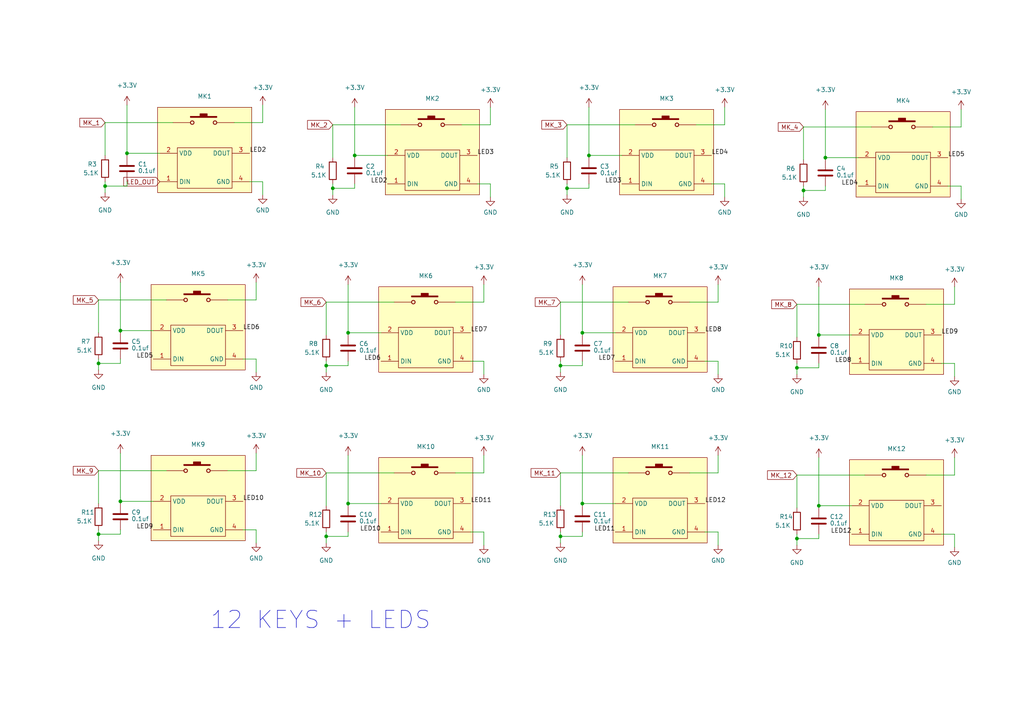
<source format=kicad_sch>
(kicad_sch (version 20211123) (generator eeschema)

  (uuid 1762543f-9ccd-4bc4-99fc-ed1f23ecbb6a)

  (paper "A4")

  (lib_symbols
    (symbol "Device:C" (pin_numbers hide) (pin_names (offset 0.254)) (in_bom yes) (on_board yes)
      (property "Reference" "C" (id 0) (at 0.635 2.54 0)
        (effects (font (size 1.27 1.27)) (justify left))
      )
      (property "Value" "C" (id 1) (at 0.635 -2.54 0)
        (effects (font (size 1.27 1.27)) (justify left))
      )
      (property "Footprint" "" (id 2) (at 0.9652 -3.81 0)
        (effects (font (size 1.27 1.27)) hide)
      )
      (property "Datasheet" "~" (id 3) (at 0 0 0)
        (effects (font (size 1.27 1.27)) hide)
      )
      (property "ki_keywords" "cap capacitor" (id 4) (at 0 0 0)
        (effects (font (size 1.27 1.27)) hide)
      )
      (property "ki_description" "Unpolarized capacitor" (id 5) (at 0 0 0)
        (effects (font (size 1.27 1.27)) hide)
      )
      (property "ki_fp_filters" "C_*" (id 6) (at 0 0 0)
        (effects (font (size 1.27 1.27)) hide)
      )
      (symbol "C_0_1"
        (polyline
          (pts
            (xy -2.032 -0.762)
            (xy 2.032 -0.762)
          )
          (stroke (width 0.508) (type default) (color 0 0 0 0))
          (fill (type none))
        )
        (polyline
          (pts
            (xy -2.032 0.762)
            (xy 2.032 0.762)
          )
          (stroke (width 0.508) (type default) (color 0 0 0 0))
          (fill (type none))
        )
      )
      (symbol "C_1_1"
        (pin passive line (at 0 3.81 270) (length 2.794)
          (name "~" (effects (font (size 1.27 1.27))))
          (number "1" (effects (font (size 1.27 1.27))))
        )
        (pin passive line (at 0 -3.81 90) (length 2.794)
          (name "~" (effects (font (size 1.27 1.27))))
          (number "2" (effects (font (size 1.27 1.27))))
        )
      )
    )
    (symbol "Device:R" (pin_numbers hide) (pin_names (offset 0)) (in_bom yes) (on_board yes)
      (property "Reference" "R" (id 0) (at 2.032 0 90)
        (effects (font (size 1.27 1.27)))
      )
      (property "Value" "R" (id 1) (at 0 0 90)
        (effects (font (size 1.27 1.27)))
      )
      (property "Footprint" "" (id 2) (at -1.778 0 90)
        (effects (font (size 1.27 1.27)) hide)
      )
      (property "Datasheet" "~" (id 3) (at 0 0 0)
        (effects (font (size 1.27 1.27)) hide)
      )
      (property "ki_keywords" "R res resistor" (id 4) (at 0 0 0)
        (effects (font (size 1.27 1.27)) hide)
      )
      (property "ki_description" "Resistor" (id 5) (at 0 0 0)
        (effects (font (size 1.27 1.27)) hide)
      )
      (property "ki_fp_filters" "R_*" (id 6) (at 0 0 0)
        (effects (font (size 1.27 1.27)) hide)
      )
      (symbol "R_0_1"
        (rectangle (start -1.016 -2.54) (end 1.016 2.54)
          (stroke (width 0.254) (type default) (color 0 0 0 0))
          (fill (type none))
        )
      )
      (symbol "R_1_1"
        (pin passive line (at 0 3.81 270) (length 1.27)
          (name "~" (effects (font (size 1.27 1.27))))
          (number "1" (effects (font (size 1.27 1.27))))
        )
        (pin passive line (at 0 -3.81 90) (length 1.27)
          (name "~" (effects (font (size 1.27 1.27))))
          (number "2" (effects (font (size 1.27 1.27))))
        )
      )
    )
    (symbol "MY CUSTOM LIBRARY:Gateron_Switch" (in_bom yes) (on_board yes)
      (property "Reference" "MK1" (id 0) (at -0.635 -14.922 0)
        (effects (font (size 1.27 1.27)) (justify left bottom))
      )
      (property "Value" "Gateron_Switch" (id 1) (at 6.35 -5.715 0)
        (effects (font (size 1.27 1.27)) (justify left bottom) hide)
      )
      (property "Footprint" "GATERON SWITCH" (id 2) (at 12.7 3.175 0)
        (effects (font (size 1.27 1.27)) hide)
      )
      (property "Datasheet" "" (id 3) (at 12.7 3.175 0)
        (effects (font (size 1.27 1.27)) hide)
      )
      (property "PUBLISHED" "24-Mar-1999" (id 4) (at 36.83 5.715 0)
        (effects (font (size 1.27 1.27)) (justify left bottom) hide)
      )
      (property "LATESTREVISIONDATE" "17-Jul-2002" (id 5) (at 38.1 0.635 0)
        (effects (font (size 1.27 1.27)) (justify left bottom) hide)
      )
      (property "LATESTREVISIONNOTE" "Re-released for DXP Platform." (id 6) (at 43.18 -6.985 0)
        (effects (font (size 1.27 1.27)) (justify left bottom) hide)
      )
      (property "PACKAGEREFERENCE" "SPST-2" (id 7) (at 8.89 5.715 0)
        (effects (font (size 1.27 1.27)) (justify left bottom) hide)
      )
      (property "PUBLISHER" "Altium Limited" (id 8) (at 40.64 -3.175 0)
        (effects (font (size 1.27 1.27)) (justify left bottom) hide)
      )
      (property "PACKAGEDESCRIPTION" "Switch; 2 Leads" (id 9) (at 36.83 3.175 0)
        (effects (font (size 1.27 1.27)) (justify left bottom) hide)
      )
      (property "ki_description" "mechanical switch wit led" (id 10) (at 0 0 0)
        (effects (font (size 1.27 1.27)) hide)
      )
      (property "ki_fp_filters" "GATERON{space}SWITCH" (id 11) (at 0 0 0)
        (effects (font (size 1.27 1.27)) hide)
      )
      (symbol "Gateron_Switch_1_0"
        (polyline
          (pts
            (xy 8.89 10.668)
            (xy 8.89 10.414)
            (xy 16.51 10.414)
            (xy 16.51 10.668)
            (xy 13.716 10.668)
            (xy 13.716 11.43)
            (xy 11.684 11.43)
            (xy 11.684 10.668)
            (xy 8.89 10.668)
          )
          (stroke (width 0.254) (type default) (color 0 0 0 0))
          (fill (type outline))
        )
        (circle (center 9.398 8.89) (radius 0.508)
          (stroke (width 0.254) (type default) (color 0 0 0 0))
          (fill (type none))
        )
        (circle (center 16.002 8.89) (radius 0.508)
          (stroke (width 0.254) (type default) (color 0 0 0 0))
          (fill (type none))
        )
        (rectangle (start 20.955 1.588) (end 5.08 -10.16)
          (stroke (width 0) (type default) (color 0 0 0 0))
          (fill (type background))
        )
        (rectangle (start 26.67 13.335) (end -0.635 -11.43)
          (stroke (width 0) (type default) (color 0 0 0 0))
          (fill (type background))
        )
        (pin passive line (at 0 -8.255 0) (length 5.08)
          (name "DIN" (effects (font (size 1.27 1.27))))
          (number "1" (effects (font (size 1.27 1.27))))
        )
        (pin passive line (at 0 0 0) (length 5.08)
          (name "VDD" (effects (font (size 1.27 1.27))))
          (number "2" (effects (font (size 1.27 1.27))))
        )
        (pin passive line (at 26.035 0 180) (length 5.08)
          (name "DOUT" (effects (font (size 1.27 1.27))))
          (number "3" (effects (font (size 1.27 1.27))))
        )
        (pin passive line (at 26.035 -8.255 180) (length 5.08)
          (name "GND" (effects (font (size 1.27 1.27))))
          (number "4" (effects (font (size 1.27 1.27))))
        )
        (pin passive line (at 3.81 8.89 0) (length 5.08)
          (name "5" (effects (font (size 0 0))))
          (number "5" (effects (font (size 0 0))))
        )
        (pin passive line (at 21.59 8.89 180) (length 5.08)
          (name "6" (effects (font (size 0 0))))
          (number "6" (effects (font (size 0 0))))
        )
      )
    )
    (symbol "power:+3.3V" (power) (pin_names (offset 0)) (in_bom yes) (on_board yes)
      (property "Reference" "#PWR" (id 0) (at 0 -3.81 0)
        (effects (font (size 1.27 1.27)) hide)
      )
      (property "Value" "+3.3V" (id 1) (at 0 3.556 0)
        (effects (font (size 1.27 1.27)))
      )
      (property "Footprint" "" (id 2) (at 0 0 0)
        (effects (font (size 1.27 1.27)) hide)
      )
      (property "Datasheet" "" (id 3) (at 0 0 0)
        (effects (font (size 1.27 1.27)) hide)
      )
      (property "ki_keywords" "power-flag" (id 4) (at 0 0 0)
        (effects (font (size 1.27 1.27)) hide)
      )
      (property "ki_description" "Power symbol creates a global label with name \"+3.3V\"" (id 5) (at 0 0 0)
        (effects (font (size 1.27 1.27)) hide)
      )
      (symbol "+3.3V_0_1"
        (polyline
          (pts
            (xy -0.762 1.27)
            (xy 0 2.54)
          )
          (stroke (width 0) (type default) (color 0 0 0 0))
          (fill (type none))
        )
        (polyline
          (pts
            (xy 0 0)
            (xy 0 2.54)
          )
          (stroke (width 0) (type default) (color 0 0 0 0))
          (fill (type none))
        )
        (polyline
          (pts
            (xy 0 2.54)
            (xy 0.762 1.27)
          )
          (stroke (width 0) (type default) (color 0 0 0 0))
          (fill (type none))
        )
      )
      (symbol "+3.3V_1_1"
        (pin power_in line (at 0 0 90) (length 0) hide
          (name "+3.3V" (effects (font (size 1.27 1.27))))
          (number "1" (effects (font (size 1.27 1.27))))
        )
      )
    )
    (symbol "power:GND" (power) (pin_names (offset 0)) (in_bom yes) (on_board yes)
      (property "Reference" "#PWR" (id 0) (at 0 -6.35 0)
        (effects (font (size 1.27 1.27)) hide)
      )
      (property "Value" "GND" (id 1) (at 0 -3.81 0)
        (effects (font (size 1.27 1.27)))
      )
      (property "Footprint" "" (id 2) (at 0 0 0)
        (effects (font (size 1.27 1.27)) hide)
      )
      (property "Datasheet" "" (id 3) (at 0 0 0)
        (effects (font (size 1.27 1.27)) hide)
      )
      (property "ki_keywords" "power-flag" (id 4) (at 0 0 0)
        (effects (font (size 1.27 1.27)) hide)
      )
      (property "ki_description" "Power symbol creates a global label with name \"GND\" , ground" (id 5) (at 0 0 0)
        (effects (font (size 1.27 1.27)) hide)
      )
      (symbol "GND_0_1"
        (polyline
          (pts
            (xy 0 0)
            (xy 0 -1.27)
            (xy 1.27 -1.27)
            (xy 0 -2.54)
            (xy -1.27 -1.27)
            (xy 0 -1.27)
          )
          (stroke (width 0) (type default) (color 0 0 0 0))
          (fill (type none))
        )
      )
      (symbol "GND_1_1"
        (pin power_in line (at 0 0 270) (length 0) hide
          (name "GND" (effects (font (size 1.27 1.27))))
          (number "1" (effects (font (size 1.27 1.27))))
        )
      )
    )
  )

  (junction (at 233.045 55.245) (diameter 0) (color 0 0 0 0)
    (uuid 085bc0b2-4649-49f1-9f5d-853a48e3c253)
  )
  (junction (at 100.965 146.05) (diameter 0) (color 0 0 0 0)
    (uuid 118a4e92-d10a-409c-84bc-2056c5d56e94)
  )
  (junction (at 102.87 45.085) (diameter 0) (color 0 0 0 0)
    (uuid 2f16b2b8-c071-4439-9e64-e8d9e7ebe13e)
  )
  (junction (at 28.575 154.94) (diameter 0) (color 0 0 0 0)
    (uuid 3be7c4f2-5919-4dbc-9a1d-fcddfb2bb6bd)
  )
  (junction (at 168.91 146.05) (diameter 0) (color 0 0 0 0)
    (uuid 46a5468d-313c-44af-8966-84848dff7b06)
  )
  (junction (at 28.575 105.41) (diameter 0) (color 0 0 0 0)
    (uuid 481b9593-f061-4c2e-b56d-b1922cdd8630)
  )
  (junction (at 94.615 106.045) (diameter 0) (color 0 0 0 0)
    (uuid 63e532b0-92b2-459c-a561-628f38cfd1f2)
  )
  (junction (at 237.49 97.155) (diameter 0) (color 0 0 0 0)
    (uuid 719f3c54-9523-4a9a-9c30-f34e3cc61ad1)
  )
  (junction (at 34.925 145.415) (diameter 0) (color 0 0 0 0)
    (uuid 731706c7-d124-4c1f-ae89-7da92860c720)
  )
  (junction (at 34.925 95.885) (diameter 0) (color 0 0 0 0)
    (uuid 7e7cbe98-2dc5-4a27-95c6-23d1855ad596)
  )
  (junction (at 100.965 96.52) (diameter 0) (color 0 0 0 0)
    (uuid 80bb54a9-fcb3-475d-9aa2-e5450be26751)
  )
  (junction (at 162.56 155.575) (diameter 0) (color 0 0 0 0)
    (uuid 8aaed287-0c5b-4f27-a1f4-b46d84a987c9)
  )
  (junction (at 231.14 106.68) (diameter 0) (color 0 0 0 0)
    (uuid 8c0f6f7a-393c-4a14-9107-ca94ea9023ef)
  )
  (junction (at 168.91 96.52) (diameter 0) (color 0 0 0 0)
    (uuid 9099021e-f49b-4f52-adb1-0ce3336132c6)
  )
  (junction (at 231.14 156.21) (diameter 0) (color 0 0 0 0)
    (uuid 941279da-1da0-4105-90d8-36e5764f8a84)
  )
  (junction (at 30.48 53.975) (diameter 0) (color 0 0 0 0)
    (uuid 95017df1-ae67-473e-9d7a-c320b9e319c1)
  )
  (junction (at 96.52 54.61) (diameter 0) (color 0 0 0 0)
    (uuid c67c5325-7842-4847-8b60-f76d4d61063a)
  )
  (junction (at 162.56 106.045) (diameter 0) (color 0 0 0 0)
    (uuid cc0e8c4c-d0f2-4484-986c-f1119787aaaa)
  )
  (junction (at 94.615 155.575) (diameter 0) (color 0 0 0 0)
    (uuid cfbfcb0c-7a1e-4e96-8327-6e6cd4d5a723)
  )
  (junction (at 239.395 45.72) (diameter 0) (color 0 0 0 0)
    (uuid e3593bac-f9aa-4cf1-a900-e5ba9fa5613e)
  )
  (junction (at 170.815 45.085) (diameter 0) (color 0 0 0 0)
    (uuid e4635057-c6e5-405d-bcb4-3c07d7ccc049)
  )
  (junction (at 36.83 44.45) (diameter 0) (color 0 0 0 0)
    (uuid e5cc13c1-2b2c-43bc-bd57-2d9f7d840a08)
  )
  (junction (at 237.49 146.685) (diameter 0) (color 0 0 0 0)
    (uuid e93ea3c4-c00a-41af-af35-ccdc65ca2564)
  )
  (junction (at 164.465 54.61) (diameter 0) (color 0 0 0 0)
    (uuid f0ddca9d-918d-4ce7-9fcc-15983a28cff2)
  )

  (wire (pts (xy 96.52 53.34) (xy 96.52 54.61))
    (stroke (width 0) (type default) (color 0 0 0 0))
    (uuid 0337d3ff-51e8-495c-9b4a-f153f3078609)
  )
  (wire (pts (xy 237.49 146.685) (xy 247.015 146.685))
    (stroke (width 0) (type default) (color 0 0 0 0))
    (uuid 04c5a2f2-ef51-4331-923d-96294e720529)
  )
  (wire (pts (xy 94.615 146.685) (xy 94.615 137.16))
    (stroke (width 0) (type default) (color 0 0 0 0))
    (uuid 0a4e21ce-a5ba-4225-b928-3a5a5da704a6)
  )
  (wire (pts (xy 164.465 53.34) (xy 164.465 54.61))
    (stroke (width 0) (type default) (color 0 0 0 0))
    (uuid 0c8a8ac5-97d5-4800-b605-42a65f2decee)
  )
  (wire (pts (xy 36.83 52.705) (xy 36.83 53.975))
    (stroke (width 0) (type default) (color 0 0 0 0))
    (uuid 0f47a98a-a7bf-4a16-813a-bb667caf1355)
  )
  (wire (pts (xy 201.93 36.195) (xy 210.185 36.195))
    (stroke (width 0) (type default) (color 0 0 0 0))
    (uuid 11e6386f-5479-484c-a5ce-9b286d478cd6)
  )
  (wire (pts (xy 74.295 136.525) (xy 74.295 131.445))
    (stroke (width 0) (type default) (color 0 0 0 0))
    (uuid 11e6c535-db2a-4056-b523-a61b6776ad79)
  )
  (wire (pts (xy 168.91 146.685) (xy 168.91 146.05))
    (stroke (width 0) (type default) (color 0 0 0 0))
    (uuid 139b6fb4-d05f-44b5-92a4-ad8ed61533b4)
  )
  (wire (pts (xy 30.48 45.085) (xy 30.48 35.56))
    (stroke (width 0) (type default) (color 0 0 0 0))
    (uuid 142d70c6-c261-47ba-8cc6-3b90ee8b238a)
  )
  (wire (pts (xy 237.49 147.32) (xy 237.49 146.685))
    (stroke (width 0) (type default) (color 0 0 0 0))
    (uuid 16a28dc2-2351-4920-8222-324d890a4830)
  )
  (wire (pts (xy 136.525 104.775) (xy 140.335 104.775))
    (stroke (width 0) (type default) (color 0 0 0 0))
    (uuid 1735d76d-a0c1-413a-bfc8-7c1da3938f05)
  )
  (wire (pts (xy 162.56 104.775) (xy 162.56 106.045))
    (stroke (width 0) (type default) (color 0 0 0 0))
    (uuid 178d19a4-3758-423a-afde-3c4ac51c3a74)
  )
  (wire (pts (xy 237.49 132.715) (xy 237.49 146.685))
    (stroke (width 0) (type default) (color 0 0 0 0))
    (uuid 1d0a59da-1b82-4c70-9f9c-4eaaeeeef942)
  )
  (wire (pts (xy 70.485 153.67) (xy 74.295 153.67))
    (stroke (width 0) (type default) (color 0 0 0 0))
    (uuid 1e693506-460c-483a-915f-878f7cd6d944)
  )
  (wire (pts (xy 200.025 137.16) (xy 208.28 137.16))
    (stroke (width 0) (type default) (color 0 0 0 0))
    (uuid 1f1cbe46-a78a-45ae-a429-02c1bbccc4ec)
  )
  (wire (pts (xy 237.49 156.21) (xy 231.14 156.21))
    (stroke (width 0) (type default) (color 0 0 0 0))
    (uuid 1f561700-8fe3-43a9-a7e8-352881897b89)
  )
  (wire (pts (xy 206.375 53.34) (xy 210.185 53.34))
    (stroke (width 0) (type default) (color 0 0 0 0))
    (uuid 2220f7ad-dade-4854-8c73-767a68ed57b2)
  )
  (wire (pts (xy 102.87 45.72) (xy 102.87 45.085))
    (stroke (width 0) (type default) (color 0 0 0 0))
    (uuid 22a73700-373a-40f0-bfce-ddf048b974e6)
  )
  (wire (pts (xy 208.28 87.63) (xy 208.28 82.55))
    (stroke (width 0) (type default) (color 0 0 0 0))
    (uuid 23ee764f-ab52-4a5b-a2f6-57a430ae2779)
  )
  (wire (pts (xy 231.14 156.21) (xy 231.14 158.115))
    (stroke (width 0) (type default) (color 0 0 0 0))
    (uuid 2650fd67-fbe6-4989-a248-debfc7c01d97)
  )
  (wire (pts (xy 132.08 87.63) (xy 140.335 87.63))
    (stroke (width 0) (type default) (color 0 0 0 0))
    (uuid 28ba51db-0121-470c-9385-98e923bcbf82)
  )
  (wire (pts (xy 239.395 31.75) (xy 239.395 45.72))
    (stroke (width 0) (type default) (color 0 0 0 0))
    (uuid 29890eb4-0275-4bb6-8f7a-00f50bc7f7c0)
  )
  (wire (pts (xy 132.08 137.16) (xy 140.335 137.16))
    (stroke (width 0) (type default) (color 0 0 0 0))
    (uuid 2f8ef847-e3b4-44e7-bf5a-7f5888aab558)
  )
  (wire (pts (xy 140.335 87.63) (xy 140.335 82.55))
    (stroke (width 0) (type default) (color 0 0 0 0))
    (uuid 30bf7cb1-d7b6-43e9-9a7d-ad402c76e1e6)
  )
  (wire (pts (xy 210.185 53.34) (xy 210.185 57.15))
    (stroke (width 0) (type default) (color 0 0 0 0))
    (uuid 30d2aa19-20b6-46ee-84bd-694e031e946b)
  )
  (wire (pts (xy 36.83 45.085) (xy 36.83 44.45))
    (stroke (width 0) (type default) (color 0 0 0 0))
    (uuid 326c2008-a13c-4059-be27-026a28533e96)
  )
  (wire (pts (xy 233.045 53.975) (xy 233.045 55.245))
    (stroke (width 0) (type default) (color 0 0 0 0))
    (uuid 341b3ab8-3f90-4493-8f46-a45c54ad9c0a)
  )
  (wire (pts (xy 94.615 155.575) (xy 94.615 157.48))
    (stroke (width 0) (type default) (color 0 0 0 0))
    (uuid 36b1eb38-6592-4d91-acdd-251cb2182de9)
  )
  (wire (pts (xy 30.48 35.56) (xy 50.165 35.56))
    (stroke (width 0) (type default) (color 0 0 0 0))
    (uuid 39eab080-001c-4d1f-b024-57eab12c97f9)
  )
  (wire (pts (xy 239.395 46.355) (xy 239.395 45.72))
    (stroke (width 0) (type default) (color 0 0 0 0))
    (uuid 3bf0f6f2-ba52-4550-ab56-62c15c49436f)
  )
  (wire (pts (xy 204.47 104.775) (xy 208.28 104.775))
    (stroke (width 0) (type default) (color 0 0 0 0))
    (uuid 3d39598c-d78b-457c-ab94-2acd67bdfc79)
  )
  (wire (pts (xy 231.14 88.265) (xy 250.825 88.265))
    (stroke (width 0) (type default) (color 0 0 0 0))
    (uuid 3d6f1721-10c2-4acd-bd9b-670a05029e62)
  )
  (wire (pts (xy 72.39 52.705) (xy 76.2 52.705))
    (stroke (width 0) (type default) (color 0 0 0 0))
    (uuid 3ddda930-8ad0-4e03-bf6b-84e4326f9cda)
  )
  (wire (pts (xy 170.815 31.115) (xy 170.815 45.085))
    (stroke (width 0) (type default) (color 0 0 0 0))
    (uuid 3e91332b-fe18-4321-bb74-9f4c072770f9)
  )
  (wire (pts (xy 233.045 55.245) (xy 233.045 57.15))
    (stroke (width 0) (type default) (color 0 0 0 0))
    (uuid 3ed19529-2da5-427f-9ae0-d214256e2ad8)
  )
  (wire (pts (xy 231.14 97.79) (xy 231.14 88.265))
    (stroke (width 0) (type default) (color 0 0 0 0))
    (uuid 4086c876-c97a-4d50-8f69-21212655da91)
  )
  (wire (pts (xy 96.52 54.61) (xy 96.52 56.515))
    (stroke (width 0) (type default) (color 0 0 0 0))
    (uuid 438a8267-c784-4b1c-a24f-0d679f4874a9)
  )
  (wire (pts (xy 200.025 87.63) (xy 208.28 87.63))
    (stroke (width 0) (type default) (color 0 0 0 0))
    (uuid 449a5561-d6d4-4ebb-a8a7-1d6580aefaeb)
  )
  (wire (pts (xy 162.56 137.16) (xy 182.245 137.16))
    (stroke (width 0) (type default) (color 0 0 0 0))
    (uuid 467912a6-1812-4634-b66c-a469919eaa8f)
  )
  (wire (pts (xy 102.87 31.115) (xy 102.87 45.085))
    (stroke (width 0) (type default) (color 0 0 0 0))
    (uuid 498072ef-d599-4280-8393-d01df0424ea3)
  )
  (wire (pts (xy 170.815 53.34) (xy 170.815 54.61))
    (stroke (width 0) (type default) (color 0 0 0 0))
    (uuid 4a5cb588-e0c5-44b5-a714-91bfec9cfde6)
  )
  (wire (pts (xy 66.04 86.995) (xy 74.295 86.995))
    (stroke (width 0) (type default) (color 0 0 0 0))
    (uuid 4aa946b4-7766-4d17-a06a-00340e2fd037)
  )
  (wire (pts (xy 276.86 154.94) (xy 276.86 158.75))
    (stroke (width 0) (type default) (color 0 0 0 0))
    (uuid 4b6436b5-f100-4948-adba-9eab9d258a13)
  )
  (wire (pts (xy 28.575 104.14) (xy 28.575 105.41))
    (stroke (width 0) (type default) (color 0 0 0 0))
    (uuid 4ecfc9cb-a0ad-4549-a7f2-d80b185b9ef7)
  )
  (wire (pts (xy 168.91 155.575) (xy 162.56 155.575))
    (stroke (width 0) (type default) (color 0 0 0 0))
    (uuid 50d366ed-7607-4015-8fdf-d8a164485710)
  )
  (wire (pts (xy 100.965 154.305) (xy 100.965 155.575))
    (stroke (width 0) (type default) (color 0 0 0 0))
    (uuid 51f50ae9-eb66-46f9-8751-f1ec4a1ead30)
  )
  (wire (pts (xy 162.56 154.305) (xy 162.56 155.575))
    (stroke (width 0) (type default) (color 0 0 0 0))
    (uuid 54f6a2fa-6c45-43a5-aa7e-b6ba3aea7590)
  )
  (wire (pts (xy 237.49 97.155) (xy 247.015 97.155))
    (stroke (width 0) (type default) (color 0 0 0 0))
    (uuid 59a620ad-1aa9-4cdd-b475-107b71080dba)
  )
  (wire (pts (xy 142.24 36.195) (xy 142.24 31.115))
    (stroke (width 0) (type default) (color 0 0 0 0))
    (uuid 5b344ee1-8c1d-4522-b118-7daed9b0f676)
  )
  (wire (pts (xy 102.87 45.085) (xy 112.395 45.085))
    (stroke (width 0) (type default) (color 0 0 0 0))
    (uuid 5b49f5eb-ea53-4ab4-8eb7-ef4808fdeffe)
  )
  (wire (pts (xy 210.185 36.195) (xy 210.185 31.115))
    (stroke (width 0) (type default) (color 0 0 0 0))
    (uuid 5c9400fb-fc7a-4293-80d6-915c4e898919)
  )
  (wire (pts (xy 274.955 53.975) (xy 278.765 53.975))
    (stroke (width 0) (type default) (color 0 0 0 0))
    (uuid 5d15929f-d45a-4433-b7d5-788e07f9786d)
  )
  (wire (pts (xy 34.925 153.67) (xy 34.925 154.94))
    (stroke (width 0) (type default) (color 0 0 0 0))
    (uuid 5d2df9d5-3add-4ef4-b8dc-c031deca62c9)
  )
  (wire (pts (xy 231.14 106.68) (xy 231.14 108.585))
    (stroke (width 0) (type default) (color 0 0 0 0))
    (uuid 5fab1a76-88b8-4d4f-8b6a-0d87b826773f)
  )
  (wire (pts (xy 28.575 105.41) (xy 28.575 107.315))
    (stroke (width 0) (type default) (color 0 0 0 0))
    (uuid 6145cb51-d0ae-4042-939c-d3759bf465f1)
  )
  (wire (pts (xy 278.765 36.83) (xy 278.765 31.75))
    (stroke (width 0) (type default) (color 0 0 0 0))
    (uuid 6348dfc1-ec93-44d1-bbd4-87056c6687a3)
  )
  (wire (pts (xy 140.335 137.16) (xy 140.335 132.08))
    (stroke (width 0) (type default) (color 0 0 0 0))
    (uuid 653230f7-cde4-476c-81ac-0ead6ab0ab8f)
  )
  (wire (pts (xy 168.91 104.775) (xy 168.91 106.045))
    (stroke (width 0) (type default) (color 0 0 0 0))
    (uuid 65c307a9-7df5-499f-a72b-345df905948d)
  )
  (wire (pts (xy 94.615 154.305) (xy 94.615 155.575))
    (stroke (width 0) (type default) (color 0 0 0 0))
    (uuid 65da8045-3037-4c31-9dad-5cbae69aaf11)
  )
  (wire (pts (xy 231.14 147.32) (xy 231.14 137.795))
    (stroke (width 0) (type default) (color 0 0 0 0))
    (uuid 676e3776-13c6-4a06-9981-b10fb8d91e49)
  )
  (wire (pts (xy 168.91 132.08) (xy 168.91 146.05))
    (stroke (width 0) (type default) (color 0 0 0 0))
    (uuid 688f9cc3-e9fb-4718-8c76-c9b24c8a92c0)
  )
  (wire (pts (xy 34.925 105.41) (xy 28.575 105.41))
    (stroke (width 0) (type default) (color 0 0 0 0))
    (uuid 6a2dd8ad-0e1a-49fb-9dd0-ce692dc5e8dd)
  )
  (wire (pts (xy 162.56 97.155) (xy 162.56 87.63))
    (stroke (width 0) (type default) (color 0 0 0 0))
    (uuid 6b825638-5763-4c9b-a6ac-fceb08830242)
  )
  (wire (pts (xy 268.605 88.265) (xy 276.86 88.265))
    (stroke (width 0) (type default) (color 0 0 0 0))
    (uuid 6d6f3506-ac76-425a-99a4-a84cbbe964c1)
  )
  (wire (pts (xy 36.83 53.975) (xy 30.48 53.975))
    (stroke (width 0) (type default) (color 0 0 0 0))
    (uuid 70b50425-2d69-4b12-b8c4-6c96cd23bdc4)
  )
  (wire (pts (xy 28.575 154.94) (xy 28.575 156.845))
    (stroke (width 0) (type default) (color 0 0 0 0))
    (uuid 71e1d61f-8d40-4525-ac8a-69a54cda771a)
  )
  (wire (pts (xy 168.91 154.305) (xy 168.91 155.575))
    (stroke (width 0) (type default) (color 0 0 0 0))
    (uuid 76de01a5-196e-460f-9f7c-065759edbb05)
  )
  (wire (pts (xy 70.485 104.14) (xy 74.295 104.14))
    (stroke (width 0) (type default) (color 0 0 0 0))
    (uuid 770d55a2-6649-4758-8126-4fe9cb885664)
  )
  (wire (pts (xy 239.395 55.245) (xy 233.045 55.245))
    (stroke (width 0) (type default) (color 0 0 0 0))
    (uuid 7771e732-8196-4b73-b093-372def271b51)
  )
  (wire (pts (xy 102.87 54.61) (xy 96.52 54.61))
    (stroke (width 0) (type default) (color 0 0 0 0))
    (uuid 7b0138f6-b7e0-4091-b652-f1e9048399e0)
  )
  (wire (pts (xy 96.52 36.195) (xy 116.205 36.195))
    (stroke (width 0) (type default) (color 0 0 0 0))
    (uuid 7b2842c9-4bd5-40ae-bbd3-63fd83fda238)
  )
  (wire (pts (xy 28.575 146.05) (xy 28.575 136.525))
    (stroke (width 0) (type default) (color 0 0 0 0))
    (uuid 7d45df90-905d-4d4a-9d38-ce97f2ab7368)
  )
  (wire (pts (xy 100.965 155.575) (xy 94.615 155.575))
    (stroke (width 0) (type default) (color 0 0 0 0))
    (uuid 7d54b558-4dae-47a1-8d0f-fbbdf63ad501)
  )
  (wire (pts (xy 100.965 132.08) (xy 100.965 146.05))
    (stroke (width 0) (type default) (color 0 0 0 0))
    (uuid 80ccbf56-93da-4521-a827-7997de1719d5)
  )
  (wire (pts (xy 34.925 145.415) (xy 44.45 145.415))
    (stroke (width 0) (type default) (color 0 0 0 0))
    (uuid 81543de1-2dbb-435b-9faf-b82a0481cb6f)
  )
  (wire (pts (xy 162.56 146.685) (xy 162.56 137.16))
    (stroke (width 0) (type default) (color 0 0 0 0))
    (uuid 828c751d-1bc1-4be2-adce-90f37ab0f173)
  )
  (wire (pts (xy 28.575 153.67) (xy 28.575 154.94))
    (stroke (width 0) (type default) (color 0 0 0 0))
    (uuid 846502c3-670b-4833-b9e7-c8e6e0cb3e73)
  )
  (wire (pts (xy 208.28 137.16) (xy 208.28 132.08))
    (stroke (width 0) (type default) (color 0 0 0 0))
    (uuid 8470d7ff-f6e2-409d-aa6f-e0c46d719981)
  )
  (wire (pts (xy 67.945 35.56) (xy 76.2 35.56))
    (stroke (width 0) (type default) (color 0 0 0 0))
    (uuid 8686278a-543a-4252-9323-11f258ba264e)
  )
  (wire (pts (xy 34.925 104.14) (xy 34.925 105.41))
    (stroke (width 0) (type default) (color 0 0 0 0))
    (uuid 888cdd9a-1dbe-4911-8dde-31bcc1c7f388)
  )
  (wire (pts (xy 96.52 45.72) (xy 96.52 36.195))
    (stroke (width 0) (type default) (color 0 0 0 0))
    (uuid 8980bb12-7742-4f79-9e77-b32bd3456431)
  )
  (wire (pts (xy 100.965 106.045) (xy 94.615 106.045))
    (stroke (width 0) (type default) (color 0 0 0 0))
    (uuid 89e6e560-7437-4887-b946-ed7750aec7ed)
  )
  (wire (pts (xy 231.14 154.94) (xy 231.14 156.21))
    (stroke (width 0) (type default) (color 0 0 0 0))
    (uuid 8ce5bd08-5d39-4d4e-944f-6ad591bff36d)
  )
  (wire (pts (xy 273.05 105.41) (xy 276.86 105.41))
    (stroke (width 0) (type default) (color 0 0 0 0))
    (uuid 8f1f55b9-a3a4-44ea-b6ce-3aa6ed29a195)
  )
  (wire (pts (xy 278.765 53.975) (xy 278.765 57.785))
    (stroke (width 0) (type default) (color 0 0 0 0))
    (uuid 8fb9f5d5-f1f8-442a-9bc2-9b333eadfe46)
  )
  (wire (pts (xy 237.49 83.185) (xy 237.49 97.155))
    (stroke (width 0) (type default) (color 0 0 0 0))
    (uuid 90197909-e30e-4e64-8ab1-ca09e666bf1d)
  )
  (wire (pts (xy 208.28 154.305) (xy 208.28 158.115))
    (stroke (width 0) (type default) (color 0 0 0 0))
    (uuid 90d88d79-a523-4135-8d87-a48b25febbf1)
  )
  (wire (pts (xy 233.045 36.83) (xy 252.73 36.83))
    (stroke (width 0) (type default) (color 0 0 0 0))
    (uuid 921a9da0-df2a-4ac8-8c50-791d9704adf7)
  )
  (wire (pts (xy 162.56 87.63) (xy 182.245 87.63))
    (stroke (width 0) (type default) (color 0 0 0 0))
    (uuid 95226384-484c-4c41-b318-1b2fbc5eb329)
  )
  (wire (pts (xy 270.51 36.83) (xy 278.765 36.83))
    (stroke (width 0) (type default) (color 0 0 0 0))
    (uuid 9549ced0-fdef-4ef1-a176-1b70196dd631)
  )
  (wire (pts (xy 100.965 146.685) (xy 100.965 146.05))
    (stroke (width 0) (type default) (color 0 0 0 0))
    (uuid 9565d499-c84a-49af-979c-10f0d8fa3604)
  )
  (wire (pts (xy 100.965 96.52) (xy 110.49 96.52))
    (stroke (width 0) (type default) (color 0 0 0 0))
    (uuid 95c34f46-42ae-4f8d-8a79-5adca153511d)
  )
  (wire (pts (xy 168.91 82.55) (xy 168.91 96.52))
    (stroke (width 0) (type default) (color 0 0 0 0))
    (uuid 96536a68-d345-49fa-a5bf-5037936c00c7)
  )
  (wire (pts (xy 239.395 45.72) (xy 248.92 45.72))
    (stroke (width 0) (type default) (color 0 0 0 0))
    (uuid 97b3a65b-05a0-472a-9fcb-ad943a44ae87)
  )
  (wire (pts (xy 204.47 154.305) (xy 208.28 154.305))
    (stroke (width 0) (type default) (color 0 0 0 0))
    (uuid 991bf387-50d1-422c-bd41-b02f1ec062c0)
  )
  (wire (pts (xy 170.815 45.72) (xy 170.815 45.085))
    (stroke (width 0) (type default) (color 0 0 0 0))
    (uuid 99442d09-9839-492a-b65c-2aa95c71dd1f)
  )
  (wire (pts (xy 28.575 86.995) (xy 48.26 86.995))
    (stroke (width 0) (type default) (color 0 0 0 0))
    (uuid 99e8308d-19fd-4a5c-aa0b-9293327fac7c)
  )
  (wire (pts (xy 168.91 146.05) (xy 178.435 146.05))
    (stroke (width 0) (type default) (color 0 0 0 0))
    (uuid 9b08e406-ade7-4a60-a9b9-e2664e3ba349)
  )
  (wire (pts (xy 30.48 52.705) (xy 30.48 53.975))
    (stroke (width 0) (type default) (color 0 0 0 0))
    (uuid 9b6021be-6881-4468-b4ef-6fa1f128bad6)
  )
  (wire (pts (xy 94.615 104.775) (xy 94.615 106.045))
    (stroke (width 0) (type default) (color 0 0 0 0))
    (uuid 9c0810cd-3b9d-408b-a58d-d5877897a8f8)
  )
  (wire (pts (xy 237.49 106.68) (xy 231.14 106.68))
    (stroke (width 0) (type default) (color 0 0 0 0))
    (uuid 9ed9b5be-90ba-4927-ae02-195565fcdacb)
  )
  (wire (pts (xy 140.335 154.305) (xy 140.335 158.115))
    (stroke (width 0) (type default) (color 0 0 0 0))
    (uuid a0d177cf-fbdd-4040-9371-c155b14d8aaf)
  )
  (wire (pts (xy 100.965 82.55) (xy 100.965 96.52))
    (stroke (width 0) (type default) (color 0 0 0 0))
    (uuid a2e4fcd7-e47b-4dd8-bafb-543baf0f9d81)
  )
  (wire (pts (xy 273.05 154.94) (xy 276.86 154.94))
    (stroke (width 0) (type default) (color 0 0 0 0))
    (uuid a35696da-dd04-4212-9947-a2cb60f852b5)
  )
  (wire (pts (xy 76.2 52.705) (xy 76.2 56.515))
    (stroke (width 0) (type default) (color 0 0 0 0))
    (uuid a38b5cf0-aa79-49ea-beed-f11c73440c2b)
  )
  (wire (pts (xy 76.2 35.56) (xy 76.2 30.48))
    (stroke (width 0) (type default) (color 0 0 0 0))
    (uuid a39b2bdb-edf3-4ae8-8827-87c991260312)
  )
  (wire (pts (xy 74.295 86.995) (xy 74.295 81.915))
    (stroke (width 0) (type default) (color 0 0 0 0))
    (uuid a4b86f0f-16a6-4e5e-9cf4-8b25fa53b5c0)
  )
  (wire (pts (xy 36.83 44.45) (xy 46.355 44.45))
    (stroke (width 0) (type default) (color 0 0 0 0))
    (uuid ab993f8e-e5a9-4abd-b79f-e54db684bda9)
  )
  (wire (pts (xy 168.91 96.52) (xy 178.435 96.52))
    (stroke (width 0) (type default) (color 0 0 0 0))
    (uuid ad85f148-8a78-4b06-8428-8e23cdced145)
  )
  (wire (pts (xy 276.86 88.265) (xy 276.86 83.185))
    (stroke (width 0) (type default) (color 0 0 0 0))
    (uuid b09b5b30-5062-417d-adb9-0bf365cef37d)
  )
  (wire (pts (xy 74.295 153.67) (xy 74.295 157.48))
    (stroke (width 0) (type default) (color 0 0 0 0))
    (uuid b3c792da-84a2-4c67-8e23-41186a0dc12b)
  )
  (wire (pts (xy 74.295 104.14) (xy 74.295 107.95))
    (stroke (width 0) (type default) (color 0 0 0 0))
    (uuid b82412f2-1785-488f-86ab-05d81537c9b3)
  )
  (wire (pts (xy 168.91 97.155) (xy 168.91 96.52))
    (stroke (width 0) (type default) (color 0 0 0 0))
    (uuid b887c5c7-2a01-47fe-ae94-3be3aa88368d)
  )
  (wire (pts (xy 136.525 154.305) (xy 140.335 154.305))
    (stroke (width 0) (type default) (color 0 0 0 0))
    (uuid b9dc1bc9-be2b-4466-99ae-03b4d2ee733e)
  )
  (wire (pts (xy 100.965 104.775) (xy 100.965 106.045))
    (stroke (width 0) (type default) (color 0 0 0 0))
    (uuid bc3337fc-45af-48f1-aa45-ee3994ca7f68)
  )
  (wire (pts (xy 133.985 36.195) (xy 142.24 36.195))
    (stroke (width 0) (type default) (color 0 0 0 0))
    (uuid beb9eea4-cbcd-4bc6-88e7-be6302db1de4)
  )
  (wire (pts (xy 208.28 104.775) (xy 208.28 108.585))
    (stroke (width 0) (type default) (color 0 0 0 0))
    (uuid c15a56a8-1364-44c6-a1c0-5fb90cf37d54)
  )
  (wire (pts (xy 170.815 54.61) (xy 164.465 54.61))
    (stroke (width 0) (type default) (color 0 0 0 0))
    (uuid c15c10a0-18ba-4a29-95f8-7bf88cb6a0e5)
  )
  (wire (pts (xy 231.14 105.41) (xy 231.14 106.68))
    (stroke (width 0) (type default) (color 0 0 0 0))
    (uuid c1b5314e-3a57-48bd-a4cb-e239a9d8d972)
  )
  (wire (pts (xy 162.56 155.575) (xy 162.56 157.48))
    (stroke (width 0) (type default) (color 0 0 0 0))
    (uuid c3b6102f-aa86-4230-832f-b872c6571430)
  )
  (wire (pts (xy 231.14 137.795) (xy 250.825 137.795))
    (stroke (width 0) (type default) (color 0 0 0 0))
    (uuid c540a891-2aa1-4e8f-9872-3562049ecc63)
  )
  (wire (pts (xy 30.48 53.975) (xy 30.48 55.88))
    (stroke (width 0) (type default) (color 0 0 0 0))
    (uuid c66d1bc5-4d9c-4218-bbca-82d5185abc66)
  )
  (wire (pts (xy 276.86 105.41) (xy 276.86 109.22))
    (stroke (width 0) (type default) (color 0 0 0 0))
    (uuid c9f2d1a6-48ad-4bb8-a8a1-0f08ec2072c6)
  )
  (wire (pts (xy 237.49 105.41) (xy 237.49 106.68))
    (stroke (width 0) (type default) (color 0 0 0 0))
    (uuid cbf4b150-d4d4-4b13-8f5a-821ced1b5afc)
  )
  (wire (pts (xy 102.87 53.34) (xy 102.87 54.61))
    (stroke (width 0) (type default) (color 0 0 0 0))
    (uuid ccbdc97c-bf13-46cb-8610-8b988860c0a3)
  )
  (wire (pts (xy 34.925 96.52) (xy 34.925 95.885))
    (stroke (width 0) (type default) (color 0 0 0 0))
    (uuid cd4dd425-73c3-46ab-8b83-16a0fd23a34f)
  )
  (wire (pts (xy 164.465 54.61) (xy 164.465 56.515))
    (stroke (width 0) (type default) (color 0 0 0 0))
    (uuid cea2aa7d-0ffc-40b7-8d94-ea55edebb165)
  )
  (wire (pts (xy 94.615 106.045) (xy 94.615 107.95))
    (stroke (width 0) (type default) (color 0 0 0 0))
    (uuid ced620ab-27db-4cac-97d4-63be7b28855c)
  )
  (wire (pts (xy 164.465 45.72) (xy 164.465 36.195))
    (stroke (width 0) (type default) (color 0 0 0 0))
    (uuid cf1a5351-f373-4787-aaf2-448c90c3e497)
  )
  (wire (pts (xy 36.83 30.48) (xy 36.83 44.45))
    (stroke (width 0) (type default) (color 0 0 0 0))
    (uuid cfccf8d8-c626-400e-a6fc-40469f62a301)
  )
  (wire (pts (xy 233.045 46.355) (xy 233.045 36.83))
    (stroke (width 0) (type default) (color 0 0 0 0))
    (uuid d21a0f8e-fc95-4565-825b-dee014c841af)
  )
  (wire (pts (xy 94.615 87.63) (xy 114.3 87.63))
    (stroke (width 0) (type default) (color 0 0 0 0))
    (uuid d3986057-78fd-4e03-916b-5d48f2904dd2)
  )
  (wire (pts (xy 170.815 45.085) (xy 180.34 45.085))
    (stroke (width 0) (type default) (color 0 0 0 0))
    (uuid d4889346-9055-4c19-a5e7-c531c6084647)
  )
  (wire (pts (xy 142.24 53.34) (xy 142.24 57.15))
    (stroke (width 0) (type default) (color 0 0 0 0))
    (uuid d6a2859b-7b9f-4f4d-a222-897e374aac25)
  )
  (wire (pts (xy 168.91 106.045) (xy 162.56 106.045))
    (stroke (width 0) (type default) (color 0 0 0 0))
    (uuid d75d13f4-458a-454e-aa2d-e7ee1862c6af)
  )
  (wire (pts (xy 239.395 53.975) (xy 239.395 55.245))
    (stroke (width 0) (type default) (color 0 0 0 0))
    (uuid d78ee8f2-8f14-416a-8f22-695203134669)
  )
  (wire (pts (xy 162.56 106.045) (xy 162.56 107.95))
    (stroke (width 0) (type default) (color 0 0 0 0))
    (uuid d83c50aa-4ac6-496d-8cc9-b181335b5c90)
  )
  (wire (pts (xy 138.43 53.34) (xy 142.24 53.34))
    (stroke (width 0) (type default) (color 0 0 0 0))
    (uuid d8b0b92b-7a4f-4777-ad39-47c43ef9b2fb)
  )
  (wire (pts (xy 94.615 97.155) (xy 94.615 87.63))
    (stroke (width 0) (type default) (color 0 0 0 0))
    (uuid dad7a2d6-5afb-47a9-b355-2e4d05139515)
  )
  (wire (pts (xy 28.575 136.525) (xy 48.26 136.525))
    (stroke (width 0) (type default) (color 0 0 0 0))
    (uuid dc0c7b5e-23e3-4f23-b120-1292a99f7cde)
  )
  (wire (pts (xy 28.575 96.52) (xy 28.575 86.995))
    (stroke (width 0) (type default) (color 0 0 0 0))
    (uuid dcd26541-42ca-4213-8cb6-6532d7d60cbd)
  )
  (wire (pts (xy 34.925 95.885) (xy 44.45 95.885))
    (stroke (width 0) (type default) (color 0 0 0 0))
    (uuid dea50c33-29bf-43bb-bb7a-e402686628e5)
  )
  (wire (pts (xy 164.465 36.195) (xy 184.15 36.195))
    (stroke (width 0) (type default) (color 0 0 0 0))
    (uuid def2dfc9-939f-458a-9831-01646d7266db)
  )
  (wire (pts (xy 237.49 97.79) (xy 237.49 97.155))
    (stroke (width 0) (type default) (color 0 0 0 0))
    (uuid df642023-08ab-4fa7-b736-c141991bb07b)
  )
  (wire (pts (xy 268.605 137.795) (xy 276.86 137.795))
    (stroke (width 0) (type default) (color 0 0 0 0))
    (uuid e51e5219-92ab-41cc-8428-9e778eca4048)
  )
  (wire (pts (xy 34.925 81.915) (xy 34.925 95.885))
    (stroke (width 0) (type default) (color 0 0 0 0))
    (uuid e54e3ad1-13cc-48e5-a6a7-8314725d6471)
  )
  (wire (pts (xy 100.965 97.155) (xy 100.965 96.52))
    (stroke (width 0) (type default) (color 0 0 0 0))
    (uuid eda18c9e-8e12-4cfb-a217-f357cc1830f0)
  )
  (wire (pts (xy 34.925 131.445) (xy 34.925 145.415))
    (stroke (width 0) (type default) (color 0 0 0 0))
    (uuid f2f66db2-f1a7-42d4-9dd0-743e781f86da)
  )
  (wire (pts (xy 94.615 137.16) (xy 114.3 137.16))
    (stroke (width 0) (type default) (color 0 0 0 0))
    (uuid f3a4afbf-83f5-4ea6-9680-1a45d342931a)
  )
  (wire (pts (xy 237.49 154.94) (xy 237.49 156.21))
    (stroke (width 0) (type default) (color 0 0 0 0))
    (uuid f51d0f55-c56a-41a9-9242-cb10fc7a5a19)
  )
  (wire (pts (xy 34.925 154.94) (xy 28.575 154.94))
    (stroke (width 0) (type default) (color 0 0 0 0))
    (uuid f5cce001-560f-4b83-af5c-c93ea45df248)
  )
  (wire (pts (xy 276.86 137.795) (xy 276.86 132.715))
    (stroke (width 0) (type default) (color 0 0 0 0))
    (uuid f7b7ba49-a76a-4edd-9013-3d3b2e35c54d)
  )
  (wire (pts (xy 100.965 146.05) (xy 110.49 146.05))
    (stroke (width 0) (type default) (color 0 0 0 0))
    (uuid f805521a-9506-4fde-a1fb-fb1c9f565dae)
  )
  (wire (pts (xy 66.04 136.525) (xy 74.295 136.525))
    (stroke (width 0) (type default) (color 0 0 0 0))
    (uuid f87b15a5-2ede-49aa-8246-28966ea8c1a0)
  )
  (wire (pts (xy 140.335 104.775) (xy 140.335 108.585))
    (stroke (width 0) (type default) (color 0 0 0 0))
    (uuid f8cd8636-6fb6-43f0-81b7-7eb971b5c6a1)
  )
  (wire (pts (xy 34.925 146.05) (xy 34.925 145.415))
    (stroke (width 0) (type default) (color 0 0 0 0))
    (uuid fbac6de1-a1aa-4fd9-8af2-c7b0dc3a7398)
  )

  (text "12 KEYS + LEDS" (at 125.095 182.88 180)
    (effects (font (size 5 5)) (justify right bottom))
    (uuid 33488357-7220-40de-8294-801eafacaca2)
  )

  (label "LED4" (at 206.375 45.085 0)
    (effects (font (size 1.27 1.27)) (justify left bottom))
    (uuid 0c7d7027-5d09-43f7-a709-1466df018477)
  )
  (label "LED7" (at 178.435 104.775 180)
    (effects (font (size 1.27 1.27)) (justify right bottom))
    (uuid 1f59e701-661c-47e4-9f84-90f03cd2e661)
  )
  (label "LED10" (at 70.485 145.415 0)
    (effects (font (size 1.27 1.27)) (justify left bottom))
    (uuid 21989f4b-2f34-4c6d-b453-0d353a74dca7)
  )
  (label "LED9" (at 273.05 97.155 0)
    (effects (font (size 1.27 1.27)) (justify left bottom))
    (uuid 269bafd5-a411-4b97-884d-4c82408d4b78)
  )
  (label "LED3" (at 138.43 45.085 0)
    (effects (font (size 1.27 1.27)) (justify left bottom))
    (uuid 357c6451-c808-4d45-b633-258e04beea10)
  )
  (label "LED4" (at 248.92 53.975 180)
    (effects (font (size 1.27 1.27)) (justify right bottom))
    (uuid 3f107988-cc9d-44d2-8a98-ffa70d1a63fe)
  )
  (label "LED5" (at 274.955 45.72 0)
    (effects (font (size 1.27 1.27)) (justify left bottom))
    (uuid 48abef74-5a1d-4697-a906-c9107198cd1a)
  )
  (label "LED12" (at 204.47 146.05 0)
    (effects (font (size 1.27 1.27)) (justify left bottom))
    (uuid 5f78945a-df47-4634-b322-16b61b678ee5)
  )
  (label "LED11" (at 178.435 154.305 180)
    (effects (font (size 1.27 1.27)) (justify right bottom))
    (uuid 67a74e14-f556-46eb-b486-ed679413c893)
  )
  (label "LED6" (at 70.485 95.885 0)
    (effects (font (size 1.27 1.27)) (justify left bottom))
    (uuid 724ba342-689e-4476-bc50-4326c5dbd8fb)
  )
  (label "LED8" (at 247.015 105.41 180)
    (effects (font (size 1.27 1.27)) (justify right bottom))
    (uuid 75f82c11-3554-4c1d-98a5-9de4229f92fa)
  )
  (label "LED9" (at 44.45 153.67 180)
    (effects (font (size 1.27 1.27)) (justify right bottom))
    (uuid 93ab2014-ce30-4abc-a527-389d6608a106)
  )
  (label "LED8" (at 204.47 96.52 0)
    (effects (font (size 1.27 1.27)) (justify left bottom))
    (uuid 9ac6a5d1-afa9-4be1-abbe-9b10382f34d2)
  )
  (label "LED11" (at 136.525 146.05 0)
    (effects (font (size 1.27 1.27)) (justify left bottom))
    (uuid aaa184d4-7f85-4394-8f78-0050319e5e7d)
  )
  (label "LED3" (at 180.34 53.34 180)
    (effects (font (size 1.27 1.27)) (justify right bottom))
    (uuid c7783f03-e3a4-4512-80f5-315766002762)
  )
  (label "LED12" (at 247.015 154.94 180)
    (effects (font (size 1.27 1.27)) (justify right bottom))
    (uuid cc4cf364-1c97-4590-916a-95956ced1187)
  )
  (label "LED2" (at 112.395 53.34 180)
    (effects (font (size 1.27 1.27)) (justify right bottom))
    (uuid cee97008-55a6-4370-91f6-e6863df6539e)
  )
  (label "LED2" (at 72.39 44.45 0)
    (effects (font (size 1.27 1.27)) (justify left bottom))
    (uuid d9b5ad35-ac26-47b4-a1ea-b995bf43edac)
  )
  (label "LED5" (at 44.45 104.14 180)
    (effects (font (size 1.27 1.27)) (justify right bottom))
    (uuid da3a8637-12a8-4210-952b-549d5bfb17c8)
  )
  (label "LED10" (at 110.49 154.305 180)
    (effects (font (size 1.27 1.27)) (justify right bottom))
    (uuid ea850e26-795d-4568-bc90-658b242e5e20)
  )
  (label "LED6" (at 110.49 104.775 180)
    (effects (font (size 1.27 1.27)) (justify right bottom))
    (uuid f9e234a8-38e6-445e-9717-88d1c4c93677)
  )
  (label "LED7" (at 136.525 96.52 0)
    (effects (font (size 1.27 1.27)) (justify left bottom))
    (uuid fdb5c314-4689-4061-900b-66134057abb0)
  )

  (global_label "MK_7" (shape input) (at 162.56 87.63 180) (fields_autoplaced)
    (effects (font (size 1.27 1.27)) (justify right))
    (uuid 0573572b-80db-4eed-a494-46a0e56b3075)
    (property "Intersheet References" "${INTERSHEET_REFS}" (id 0) (at 155.2483 87.5506 0)
      (effects (font (size 1.27 1.27)) (justify right))
    )
  )
  (global_label "MK_1" (shape input) (at 30.48 35.56 180) (fields_autoplaced)
    (effects (font (size 1.27 1.27)) (justify right))
    (uuid 0a5906a2-01ba-49a3-9a66-75598c17a268)
    (property "Intersheet References" "${INTERSHEET_REFS}" (id 0) (at 23.1683 35.4806 0)
      (effects (font (size 1.27 1.27)) (justify right))
    )
  )
  (global_label "MK_2" (shape input) (at 96.52 36.195 180) (fields_autoplaced)
    (effects (font (size 1.27 1.27)) (justify right))
    (uuid 146ed2be-473e-4f7d-929b-eb5834b5d93d)
    (property "Intersheet References" "${INTERSHEET_REFS}" (id 0) (at 89.2083 36.1156 0)
      (effects (font (size 1.27 1.27)) (justify right))
    )
  )
  (global_label "MK_5" (shape input) (at 28.575 86.995 180) (fields_autoplaced)
    (effects (font (size 1.27 1.27)) (justify right))
    (uuid 39404b25-1d4d-440a-8527-5939123c9937)
    (property "Intersheet References" "${INTERSHEET_REFS}" (id 0) (at 21.2633 86.9156 0)
      (effects (font (size 1.27 1.27)) (justify right))
    )
  )
  (global_label "MK_10" (shape input) (at 94.615 137.16 180) (fields_autoplaced)
    (effects (font (size 1.27 1.27)) (justify right))
    (uuid 42b767e2-eda8-479f-a79d-f067fdc39ada)
    (property "Intersheet References" "${INTERSHEET_REFS}" (id 0) (at 86.0938 137.0806 0)
      (effects (font (size 1.27 1.27)) (justify right))
    )
  )
  (global_label "LED_OUT" (shape input) (at 46.355 52.705 180) (fields_autoplaced)
    (effects (font (size 1.27 1.27)) (justify right))
    (uuid 479272f7-d54c-4a41-801e-a956357ecdcb)
    (property "Intersheet References" "${INTERSHEET_REFS}" (id 0) (at 35.8986 52.6256 0)
      (effects (font (size 1.27 1.27)) (justify right))
    )
  )
  (global_label "MK_3" (shape input) (at 164.465 36.195 180) (fields_autoplaced)
    (effects (font (size 1.27 1.27)) (justify right))
    (uuid 5daed281-a7c3-4728-a4df-2f8cda88ad99)
    (property "Intersheet References" "${INTERSHEET_REFS}" (id 0) (at 157.1533 36.1156 0)
      (effects (font (size 1.27 1.27)) (justify right))
    )
  )
  (global_label "MK_12" (shape input) (at 231.14 137.795 180) (fields_autoplaced)
    (effects (font (size 1.27 1.27)) (justify right))
    (uuid 61d888f5-7cdf-45b1-8f91-56898833c28e)
    (property "Intersheet References" "${INTERSHEET_REFS}" (id 0) (at 222.6188 137.7156 0)
      (effects (font (size 1.27 1.27)) (justify right))
    )
  )
  (global_label "MK_6" (shape input) (at 94.615 87.63 180) (fields_autoplaced)
    (effects (font (size 1.27 1.27)) (justify right))
    (uuid cbcbab75-d646-4b76-85b5-9d6005422d73)
    (property "Intersheet References" "${INTERSHEET_REFS}" (id 0) (at 87.3033 87.5506 0)
      (effects (font (size 1.27 1.27)) (justify right))
    )
  )
  (global_label "MK_4" (shape input) (at 233.045 36.83 180) (fields_autoplaced)
    (effects (font (size 1.27 1.27)) (justify right))
    (uuid db845d6b-2699-475c-999c-7d87901a4294)
    (property "Intersheet References" "${INTERSHEET_REFS}" (id 0) (at 225.7333 36.7506 0)
      (effects (font (size 1.27 1.27)) (justify right))
    )
  )
  (global_label "MK_9" (shape input) (at 28.575 136.525 180) (fields_autoplaced)
    (effects (font (size 1.27 1.27)) (justify right))
    (uuid dcec0bd7-8f5e-4d9e-b020-2a4671cd4c3a)
    (property "Intersheet References" "${INTERSHEET_REFS}" (id 0) (at 21.2633 136.4456 0)
      (effects (font (size 1.27 1.27)) (justify right))
    )
  )
  (global_label "MK_11" (shape input) (at 162.56 137.16 180) (fields_autoplaced)
    (effects (font (size 1.27 1.27)) (justify right))
    (uuid e981954b-b5d4-493a-9b0f-1dc23b8f6f04)
    (property "Intersheet References" "${INTERSHEET_REFS}" (id 0) (at 154.0388 137.0806 0)
      (effects (font (size 1.27 1.27)) (justify right))
    )
  )
  (global_label "MK_8" (shape input) (at 231.14 88.265 180) (fields_autoplaced)
    (effects (font (size 1.27 1.27)) (justify right))
    (uuid fdc3ba64-efa7-4881-8d3d-090bff3795b0)
    (property "Intersheet References" "${INTERSHEET_REFS}" (id 0) (at 223.8283 88.1856 0)
      (effects (font (size 1.27 1.27)) (justify right))
    )
  )

  (symbol (lib_id "power:GND") (at 74.295 107.95 0) (unit 1)
    (in_bom yes) (on_board yes) (fields_autoplaced)
    (uuid 03a5fffd-73a8-49df-b007-3e0d0784a790)
    (property "Reference" "#PWR038" (id 0) (at 74.295 114.3 0)
      (effects (font (size 1.27 1.27)) hide)
    )
    (property "Value" "GND" (id 1) (at 74.295 112.395 0))
    (property "Footprint" "" (id 2) (at 74.295 107.95 0)
      (effects (font (size 1.27 1.27)) hide)
    )
    (property "Datasheet" "" (id 3) (at 74.295 107.95 0)
      (effects (font (size 1.27 1.27)) hide)
    )
    (pin "1" (uuid 6a0581e2-48d4-4819-868f-6420a158fc66))
  )

  (symbol (lib_id "Device:R") (at 30.48 48.895 0) (unit 1)
    (in_bom yes) (on_board yes)
    (uuid 0f6bbf88-fd37-4655-8736-66119c936885)
    (property "Reference" "R3" (id 0) (at 25.4 47.625 0)
      (effects (font (size 1.27 1.27)) (justify left))
    )
    (property "Value" "5.1K" (id 1) (at 24.13 50.165 0)
      (effects (font (size 1.27 1.27)) (justify left))
    )
    (property "Footprint" "Resistor_SMD:R_0603_1608Metric" (id 2) (at 28.702 48.895 90)
      (effects (font (size 1.27 1.27)) hide)
    )
    (property "Datasheet" "~" (id 3) (at 30.48 48.895 0)
      (effects (font (size 1.27 1.27)) hide)
    )
    (pin "1" (uuid 56494896-a978-4d50-a1b9-8f342f4439d4))
    (pin "2" (uuid 06251160-16df-44c1-8724-b8445c3c3a3c))
  )

  (symbol (lib_id "power:GND") (at 74.295 157.48 0) (unit 1)
    (in_bom yes) (on_board yes) (fields_autoplaced)
    (uuid 101fa91c-e1ce-4e5e-9bbd-fc52730f21b2)
    (property "Reference" "#PWR054" (id 0) (at 74.295 163.83 0)
      (effects (font (size 1.27 1.27)) hide)
    )
    (property "Value" "GND" (id 1) (at 74.295 161.925 0))
    (property "Footprint" "" (id 2) (at 74.295 157.48 0)
      (effects (font (size 1.27 1.27)) hide)
    )
    (property "Datasheet" "" (id 3) (at 74.295 157.48 0)
      (effects (font (size 1.27 1.27)) hide)
    )
    (pin "1" (uuid bc413681-ab64-4593-abfd-e4934b716124))
  )

  (symbol (lib_id "power:GND") (at 28.575 156.845 0) (unit 1)
    (in_bom yes) (on_board yes) (fields_autoplaced)
    (uuid 11cb06ac-27aa-45cf-a14d-928cf2b95882)
    (property "Reference" "#PWR053" (id 0) (at 28.575 163.195 0)
      (effects (font (size 1.27 1.27)) hide)
    )
    (property "Value" "GND" (id 1) (at 28.575 161.925 0))
    (property "Footprint" "" (id 2) (at 28.575 156.845 0)
      (effects (font (size 1.27 1.27)) hide)
    )
    (property "Datasheet" "" (id 3) (at 28.575 156.845 0)
      (effects (font (size 1.27 1.27)) hide)
    )
    (pin "1" (uuid 821e5f08-1bb0-41ef-9287-9ad8bd5fce80))
  )

  (symbol (lib_id "Device:C") (at 168.91 150.495 0) (unit 1)
    (in_bom yes) (on_board yes)
    (uuid 12cd857c-fbd2-42e3-bc4e-84b14ce88b68)
    (property "Reference" "C11" (id 0) (at 172.085 149.225 0)
      (effects (font (size 1.27 1.27)) (justify left))
    )
    (property "Value" "0.1uf" (id 1) (at 172.085 151.13 0)
      (effects (font (size 1.27 1.27)) (justify left))
    )
    (property "Footprint" "Capacitor_SMD:C_0603_1608Metric" (id 2) (at 169.8752 154.305 0)
      (effects (font (size 1.27 1.27)) hide)
    )
    (property "Datasheet" "~" (id 3) (at 168.91 150.495 0)
      (effects (font (size 1.27 1.27)) hide)
    )
    (pin "1" (uuid 87859a3f-ccae-418f-bbd3-a4e4ff2d0b1b))
    (pin "2" (uuid 0d7b7979-ea42-4696-afa8-cc4997793b89))
  )

  (symbol (lib_id "Device:R") (at 233.045 50.165 0) (unit 1)
    (in_bom yes) (on_board yes)
    (uuid 144cf4e0-f4b0-43c9-b762-f12844ab68ee)
    (property "Reference" "R6" (id 0) (at 227.965 48.895 0)
      (effects (font (size 1.27 1.27)) (justify left))
    )
    (property "Value" "5.1K" (id 1) (at 226.695 51.435 0)
      (effects (font (size 1.27 1.27)) (justify left))
    )
    (property "Footprint" "Resistor_SMD:R_0603_1608Metric" (id 2) (at 231.267 50.165 90)
      (effects (font (size 1.27 1.27)) hide)
    )
    (property "Datasheet" "~" (id 3) (at 233.045 50.165 0)
      (effects (font (size 1.27 1.27)) hide)
    )
    (pin "1" (uuid 1ce932db-f4de-49ab-b8ab-bae3f918cb63))
    (pin "2" (uuid 986d44b4-d69f-4eb8-b6aa-08c08f2ebf9c))
  )

  (symbol (lib_id "Device:C") (at 34.925 149.86 0) (unit 1)
    (in_bom yes) (on_board yes)
    (uuid 150ae1bb-d374-4e0e-8d61-97611a8013cd)
    (property "Reference" "C9" (id 0) (at 38.1 148.59 0)
      (effects (font (size 1.27 1.27)) (justify left))
    )
    (property "Value" "0.1uf" (id 1) (at 38.1 150.495 0)
      (effects (font (size 1.27 1.27)) (justify left))
    )
    (property "Footprint" "Capacitor_SMD:C_0603_1608Metric" (id 2) (at 35.8902 153.67 0)
      (effects (font (size 1.27 1.27)) hide)
    )
    (property "Datasheet" "~" (id 3) (at 34.925 149.86 0)
      (effects (font (size 1.27 1.27)) hide)
    )
    (pin "1" (uuid 93ec7dda-9d5b-4aa1-94f6-168b245900b3))
    (pin "2" (uuid 28b23dfc-1f7b-4342-b5dc-c2901b5cc89b))
  )

  (symbol (lib_id "power:+3.3V") (at 237.49 83.185 0) (unit 1)
    (in_bom yes) (on_board yes) (fields_autoplaced)
    (uuid 15adeeb4-b701-41a1-865a-a3dee12e9b27)
    (property "Reference" "#PWR035" (id 0) (at 237.49 86.995 0)
      (effects (font (size 1.27 1.27)) hide)
    )
    (property "Value" "+3.3V" (id 1) (at 237.49 77.47 0))
    (property "Footprint" "" (id 2) (at 237.49 83.185 0)
      (effects (font (size 1.27 1.27)) hide)
    )
    (property "Datasheet" "" (id 3) (at 237.49 83.185 0)
      (effects (font (size 1.27 1.27)) hide)
    )
    (pin "1" (uuid a1df448f-94a0-4cf7-a43e-aa52121cd3ca))
  )

  (symbol (lib_id "power:+3.3V") (at 34.925 131.445 0) (unit 1)
    (in_bom yes) (on_board yes) (fields_autoplaced)
    (uuid 163c54b0-f7b7-41ea-bced-de2d7e694cf4)
    (property "Reference" "#PWR045" (id 0) (at 34.925 135.255 0)
      (effects (font (size 1.27 1.27)) hide)
    )
    (property "Value" "+3.3V" (id 1) (at 34.925 125.73 0))
    (property "Footprint" "" (id 2) (at 34.925 131.445 0)
      (effects (font (size 1.27 1.27)) hide)
    )
    (property "Datasheet" "" (id 3) (at 34.925 131.445 0)
      (effects (font (size 1.27 1.27)) hide)
    )
    (pin "1" (uuid fd5e6e37-be75-412a-b874-b83341624712))
  )

  (symbol (lib_id "power:GND") (at 210.185 57.15 0) (unit 1)
    (in_bom yes) (on_board yes) (fields_autoplaced)
    (uuid 17101cb4-106f-4c38-b9ef-ba423758fedc)
    (property "Reference" "#PWR026" (id 0) (at 210.185 63.5 0)
      (effects (font (size 1.27 1.27)) hide)
    )
    (property "Value" "GND" (id 1) (at 210.185 61.595 0))
    (property "Footprint" "" (id 2) (at 210.185 57.15 0)
      (effects (font (size 1.27 1.27)) hide)
    )
    (property "Datasheet" "" (id 3) (at 210.185 57.15 0)
      (effects (font (size 1.27 1.27)) hide)
    )
    (pin "1" (uuid 411b43cc-dc3e-4877-9050-976fe1ca9606))
  )

  (symbol (lib_id "power:+3.3V") (at 208.28 132.08 0) (unit 1)
    (in_bom yes) (on_board yes) (fields_autoplaced)
    (uuid 180e3f21-6fc7-45c3-aa67-1d75ca79fac4)
    (property "Reference" "#PWR050" (id 0) (at 208.28 135.89 0)
      (effects (font (size 1.27 1.27)) hide)
    )
    (property "Value" "+3.3V" (id 1) (at 208.28 127 0))
    (property "Footprint" "" (id 2) (at 208.28 132.08 0)
      (effects (font (size 1.27 1.27)) hide)
    )
    (property "Datasheet" "" (id 3) (at 208.28 132.08 0)
      (effects (font (size 1.27 1.27)) hide)
    )
    (pin "1" (uuid 27ac2e49-fde7-4ee9-8f5a-9ae9f0d6c2a4))
  )

  (symbol (lib_id "Device:R") (at 96.52 49.53 0) (unit 1)
    (in_bom yes) (on_board yes)
    (uuid 1f3d60be-e007-48b9-947d-f0a4c86b3d0b)
    (property "Reference" "R4" (id 0) (at 91.44 48.26 0)
      (effects (font (size 1.27 1.27)) (justify left))
    )
    (property "Value" "5.1K" (id 1) (at 90.17 50.8 0)
      (effects (font (size 1.27 1.27)) (justify left))
    )
    (property "Footprint" "Resistor_SMD:R_0603_1608Metric" (id 2) (at 94.742 49.53 90)
      (effects (font (size 1.27 1.27)) hide)
    )
    (property "Datasheet" "~" (id 3) (at 96.52 49.53 0)
      (effects (font (size 1.27 1.27)) hide)
    )
    (pin "1" (uuid 6080c6fc-5263-4961-8121-61044f2022e5))
    (pin "2" (uuid 009c13f2-5379-410b-a171-3901733133cb))
  )

  (symbol (lib_id "Device:C") (at 237.49 151.13 0) (unit 1)
    (in_bom yes) (on_board yes)
    (uuid 252fc570-e7ef-46df-b25c-bc0d8f9870c8)
    (property "Reference" "C12" (id 0) (at 240.665 149.86 0)
      (effects (font (size 1.27 1.27)) (justify left))
    )
    (property "Value" "0.1uf" (id 1) (at 240.665 151.765 0)
      (effects (font (size 1.27 1.27)) (justify left))
    )
    (property "Footprint" "Capacitor_SMD:C_0603_1608Metric" (id 2) (at 238.4552 154.94 0)
      (effects (font (size 1.27 1.27)) hide)
    )
    (property "Datasheet" "~" (id 3) (at 237.49 151.13 0)
      (effects (font (size 1.27 1.27)) hide)
    )
    (pin "1" (uuid b99bbcb5-1d28-4b05-8a15-529c5f8ce20c))
    (pin "2" (uuid d44a3865-147c-4b01-8461-4089ea64d73c))
  )

  (symbol (lib_id "MY CUSTOM LIBRARY:Gateron_Switch") (at 110.49 146.05 0) (unit 1)
    (in_bom yes) (on_board yes) (fields_autoplaced)
    (uuid 29e96407-098f-42d1-9669-7768d87c92d3)
    (property "Reference" "MK10" (id 0) (at 123.5075 129.54 0))
    (property "Value" "Gateron_Switch" (id 1) (at 116.84 151.765 0)
      (effects (font (size 1.27 1.27)) (justify left bottom) hide)
    )
    (property "Footprint" "MY CUSTOM LIBRARY:GATERON SWITCH" (id 2) (at 123.19 142.875 0)
      (effects (font (size 1.27 1.27)) hide)
    )
    (property "Datasheet" "" (id 3) (at 123.19 142.875 0)
      (effects (font (size 1.27 1.27)) hide)
    )
    (property "PUBLISHED" "24-Mar-1999" (id 4) (at 147.32 140.335 0)
      (effects (font (size 1.27 1.27)) (justify left bottom) hide)
    )
    (property "LATESTREVISIONDATE" "17-Jul-2002" (id 5) (at 148.59 145.415 0)
      (effects (font (size 1.27 1.27)) (justify left bottom) hide)
    )
    (property "LATESTREVISIONNOTE" "Re-released for DXP Platform." (id 6) (at 153.67 153.035 0)
      (effects (font (size 1.27 1.27)) (justify left bottom) hide)
    )
    (property "PACKAGEREFERENCE" "SPST-2" (id 7) (at 119.38 140.335 0)
      (effects (font (size 1.27 1.27)) (justify left bottom) hide)
    )
    (property "PUBLISHER" "Altium Limited" (id 8) (at 151.13 149.225 0)
      (effects (font (size 1.27 1.27)) (justify left bottom) hide)
    )
    (property "PACKAGEDESCRIPTION" "Switch; 2 Leads" (id 9) (at 147.32 142.875 0)
      (effects (font (size 1.27 1.27)) (justify left bottom) hide)
    )
    (pin "1" (uuid 77b2a6e2-3eb2-4221-8c86-11cbfb84ec1a))
    (pin "2" (uuid bec90141-8c9c-4791-862b-30abf776a02f))
    (pin "3" (uuid ca8a98ff-d173-4b27-b931-567a0c33d9b1))
    (pin "4" (uuid 95e78fa9-6d7d-44b7-8ed5-597c11c4331d))
    (pin "5" (uuid c852f000-4324-430c-8b4a-e7fff72be84c))
    (pin "6" (uuid 5cc49a65-51a3-4f5c-9bb6-3cfc846d83ca))
  )

  (symbol (lib_id "power:GND") (at 276.86 158.75 0) (unit 1)
    (in_bom yes) (on_board yes) (fields_autoplaced)
    (uuid 2a31f88d-6b07-41bc-906e-acd8a468c82d)
    (property "Reference" "#PWR060" (id 0) (at 276.86 165.1 0)
      (effects (font (size 1.27 1.27)) hide)
    )
    (property "Value" "GND" (id 1) (at 276.86 163.195 0))
    (property "Footprint" "" (id 2) (at 276.86 158.75 0)
      (effects (font (size 1.27 1.27)) hide)
    )
    (property "Datasheet" "" (id 3) (at 276.86 158.75 0)
      (effects (font (size 1.27 1.27)) hide)
    )
    (pin "1" (uuid ca5cad3b-7a82-41d1-9d62-de9acc5e9821))
  )

  (symbol (lib_id "power:GND") (at 276.86 109.22 0) (unit 1)
    (in_bom yes) (on_board yes) (fields_autoplaced)
    (uuid 2cc2f3c2-25be-42a5-89c6-113218504df2)
    (property "Reference" "#PWR044" (id 0) (at 276.86 115.57 0)
      (effects (font (size 1.27 1.27)) hide)
    )
    (property "Value" "GND" (id 1) (at 276.86 113.665 0))
    (property "Footprint" "" (id 2) (at 276.86 109.22 0)
      (effects (font (size 1.27 1.27)) hide)
    )
    (property "Datasheet" "" (id 3) (at 276.86 109.22 0)
      (effects (font (size 1.27 1.27)) hide)
    )
    (pin "1" (uuid 0b3c84bc-8372-45d3-ab78-609f4313e58f))
  )

  (symbol (lib_id "power:+3.3V") (at 276.86 132.715 0) (unit 1)
    (in_bom yes) (on_board yes) (fields_autoplaced)
    (uuid 2cd5b21f-12e5-40a2-9133-5301ce659d8a)
    (property "Reference" "#PWR052" (id 0) (at 276.86 136.525 0)
      (effects (font (size 1.27 1.27)) hide)
    )
    (property "Value" "+3.3V" (id 1) (at 276.86 127.635 0))
    (property "Footprint" "" (id 2) (at 276.86 132.715 0)
      (effects (font (size 1.27 1.27)) hide)
    )
    (property "Datasheet" "" (id 3) (at 276.86 132.715 0)
      (effects (font (size 1.27 1.27)) hide)
    )
    (pin "1" (uuid 247dce50-bf00-4d2c-8005-72e2bfdc3afb))
  )

  (symbol (lib_id "power:+3.3V") (at 102.87 31.115 0) (unit 1)
    (in_bom yes) (on_board yes) (fields_autoplaced)
    (uuid 2e9d3e1c-5ad1-4e43-85dc-c171a54091aa)
    (property "Reference" "#PWR017" (id 0) (at 102.87 34.925 0)
      (effects (font (size 1.27 1.27)) hide)
    )
    (property "Value" "+3.3V" (id 1) (at 102.87 25.4 0))
    (property "Footprint" "" (id 2) (at 102.87 31.115 0)
      (effects (font (size 1.27 1.27)) hide)
    )
    (property "Datasheet" "" (id 3) (at 102.87 31.115 0)
      (effects (font (size 1.27 1.27)) hide)
    )
    (pin "1" (uuid 16ec50e5-9eb3-425c-848b-6170733f06b0))
  )

  (symbol (lib_id "Device:C") (at 170.815 49.53 0) (unit 1)
    (in_bom yes) (on_board yes)
    (uuid 31175ce6-c635-4ef3-9986-402e757dcff2)
    (property "Reference" "C3" (id 0) (at 173.99 48.26 0)
      (effects (font (size 1.27 1.27)) (justify left))
    )
    (property "Value" "0.1uf" (id 1) (at 173.99 50.165 0)
      (effects (font (size 1.27 1.27)) (justify left))
    )
    (property "Footprint" "Capacitor_SMD:C_0603_1608Metric" (id 2) (at 171.7802 53.34 0)
      (effects (font (size 1.27 1.27)) hide)
    )
    (property "Datasheet" "~" (id 3) (at 170.815 49.53 0)
      (effects (font (size 1.27 1.27)) hide)
    )
    (pin "1" (uuid 0143a5b2-cd47-490a-9b29-88f4aa1b737c))
    (pin "2" (uuid 89fe94a3-e8b7-4507-8063-04566b0acf36))
  )

  (symbol (lib_id "power:GND") (at 231.14 158.115 0) (unit 1)
    (in_bom yes) (on_board yes) (fields_autoplaced)
    (uuid 317cd021-1287-45f2-afe7-1489edbc8e30)
    (property "Reference" "#PWR059" (id 0) (at 231.14 164.465 0)
      (effects (font (size 1.27 1.27)) hide)
    )
    (property "Value" "GND" (id 1) (at 231.14 163.195 0))
    (property "Footprint" "" (id 2) (at 231.14 158.115 0)
      (effects (font (size 1.27 1.27)) hide)
    )
    (property "Datasheet" "" (id 3) (at 231.14 158.115 0)
      (effects (font (size 1.27 1.27)) hide)
    )
    (pin "1" (uuid 91b9e0e7-0a6a-4196-824d-e264bcb1d55a))
  )

  (symbol (lib_id "Device:C") (at 34.925 100.33 0) (unit 1)
    (in_bom yes) (on_board yes)
    (uuid 335af5d4-e895-484d-b875-bbbbd5a1ef4f)
    (property "Reference" "C5" (id 0) (at 38.1 99.06 0)
      (effects (font (size 1.27 1.27)) (justify left))
    )
    (property "Value" "0.1uf" (id 1) (at 38.1 100.965 0)
      (effects (font (size 1.27 1.27)) (justify left))
    )
    (property "Footprint" "Capacitor_SMD:C_0603_1608Metric" (id 2) (at 35.8902 104.14 0)
      (effects (font (size 1.27 1.27)) hide)
    )
    (property "Datasheet" "~" (id 3) (at 34.925 100.33 0)
      (effects (font (size 1.27 1.27)) hide)
    )
    (pin "1" (uuid 2ee7cfd9-6967-4438-9fb4-c9f5323167cf))
    (pin "2" (uuid 53f57189-4907-49fe-a3ff-3f518f22f379))
  )

  (symbol (lib_id "Device:C") (at 100.965 100.965 0) (unit 1)
    (in_bom yes) (on_board yes)
    (uuid 338bdb87-5be8-487b-a8f0-3a3684df58ea)
    (property "Reference" "C6" (id 0) (at 104.14 99.695 0)
      (effects (font (size 1.27 1.27)) (justify left))
    )
    (property "Value" "0.1uf" (id 1) (at 104.14 101.6 0)
      (effects (font (size 1.27 1.27)) (justify left))
    )
    (property "Footprint" "Capacitor_SMD:C_0603_1608Metric" (id 2) (at 101.9302 104.775 0)
      (effects (font (size 1.27 1.27)) hide)
    )
    (property "Datasheet" "~" (id 3) (at 100.965 100.965 0)
      (effects (font (size 1.27 1.27)) hide)
    )
    (pin "1" (uuid eb8e108a-695e-4909-b899-67c3878030d7))
    (pin "2" (uuid dabdf13c-24db-4db9-bbdf-106c384f574b))
  )

  (symbol (lib_id "MY CUSTOM LIBRARY:Gateron_Switch") (at 180.34 45.085 0) (unit 1)
    (in_bom yes) (on_board yes) (fields_autoplaced)
    (uuid 34f76f66-a7fc-4c0b-9f72-8bd2c4dad423)
    (property "Reference" "MK3" (id 0) (at 193.3575 28.575 0))
    (property "Value" "Gateron_Switch" (id 1) (at 186.69 50.8 0)
      (effects (font (size 1.27 1.27)) (justify left bottom) hide)
    )
    (property "Footprint" "MY CUSTOM LIBRARY:GATERON SWITCH" (id 2) (at 193.04 41.91 0)
      (effects (font (size 1.27 1.27)) hide)
    )
    (property "Datasheet" "" (id 3) (at 193.04 41.91 0)
      (effects (font (size 1.27 1.27)) hide)
    )
    (property "PUBLISHED" "24-Mar-1999" (id 4) (at 217.17 39.37 0)
      (effects (font (size 1.27 1.27)) (justify left bottom) hide)
    )
    (property "LATESTREVISIONDATE" "17-Jul-2002" (id 5) (at 218.44 44.45 0)
      (effects (font (size 1.27 1.27)) (justify left bottom) hide)
    )
    (property "LATESTREVISIONNOTE" "Re-released for DXP Platform." (id 6) (at 223.52 52.07 0)
      (effects (font (size 1.27 1.27)) (justify left bottom) hide)
    )
    (property "PACKAGEREFERENCE" "SPST-2" (id 7) (at 189.23 39.37 0)
      (effects (font (size 1.27 1.27)) (justify left bottom) hide)
    )
    (property "PUBLISHER" "Altium Limited" (id 8) (at 220.98 48.26 0)
      (effects (font (size 1.27 1.27)) (justify left bottom) hide)
    )
    (property "PACKAGEDESCRIPTION" "Switch; 2 Leads" (id 9) (at 217.17 41.91 0)
      (effects (font (size 1.27 1.27)) (justify left bottom) hide)
    )
    (pin "1" (uuid 8a1f7a2d-24d6-4344-acb1-066896fc291c))
    (pin "2" (uuid fc3a9f22-106f-41b6-b8d9-8181804c50a4))
    (pin "3" (uuid 51383db2-66b9-4853-8a32-895a327e6629))
    (pin "4" (uuid 503bb77c-9e3d-4a22-af07-4de6f25b3f6a))
    (pin "5" (uuid 909a032b-debe-40b1-8f25-32468aaddebc))
    (pin "6" (uuid ea7cffcb-2e1b-4d75-98ba-e6c0a2187ba1))
  )

  (symbol (lib_id "MY CUSTOM LIBRARY:Gateron_Switch") (at 44.45 145.415 0) (unit 1)
    (in_bom yes) (on_board yes) (fields_autoplaced)
    (uuid 38db5d81-be0a-4ad4-a64d-d99e757b4fb7)
    (property "Reference" "MK9" (id 0) (at 57.4675 128.905 0))
    (property "Value" "Gateron_Switch" (id 1) (at 50.8 151.13 0)
      (effects (font (size 1.27 1.27)) (justify left bottom) hide)
    )
    (property "Footprint" "MY CUSTOM LIBRARY:GATERON SWITCH" (id 2) (at 57.15 142.24 0)
      (effects (font (size 1.27 1.27)) hide)
    )
    (property "Datasheet" "" (id 3) (at 57.15 142.24 0)
      (effects (font (size 1.27 1.27)) hide)
    )
    (property "PUBLISHED" "24-Mar-1999" (id 4) (at 81.28 139.7 0)
      (effects (font (size 1.27 1.27)) (justify left bottom) hide)
    )
    (property "LATESTREVISIONDATE" "17-Jul-2002" (id 5) (at 82.55 144.78 0)
      (effects (font (size 1.27 1.27)) (justify left bottom) hide)
    )
    (property "LATESTREVISIONNOTE" "Re-released for DXP Platform." (id 6) (at 87.63 152.4 0)
      (effects (font (size 1.27 1.27)) (justify left bottom) hide)
    )
    (property "PACKAGEREFERENCE" "SPST-2" (id 7) (at 53.34 139.7 0)
      (effects (font (size 1.27 1.27)) (justify left bottom) hide)
    )
    (property "PUBLISHER" "Altium Limited" (id 8) (at 85.09 148.59 0)
      (effects (font (size 1.27 1.27)) (justify left bottom) hide)
    )
    (property "PACKAGEDESCRIPTION" "Switch; 2 Leads" (id 9) (at 81.28 142.24 0)
      (effects (font (size 1.27 1.27)) (justify left bottom) hide)
    )
    (pin "1" (uuid 40df57fe-2cf7-421b-bcc0-e405a62dde41))
    (pin "2" (uuid d0348d48-73ea-46cc-8fef-2fd53b9410f2))
    (pin "3" (uuid 4ee4fd5d-0d93-41e4-8a47-bb5ea38a9e86))
    (pin "4" (uuid 5ef3f9ff-c67a-41fd-a348-af5da30464f3))
    (pin "5" (uuid d924bdce-86a7-4956-9055-e84b33e57f9d))
    (pin "6" (uuid 2700b6ee-de26-45a8-a888-a50d967768c9))
  )

  (symbol (lib_id "power:GND") (at 28.575 107.315 0) (unit 1)
    (in_bom yes) (on_board yes) (fields_autoplaced)
    (uuid 3b0ede18-db8d-4ac0-a00a-cca5b41c030b)
    (property "Reference" "#PWR037" (id 0) (at 28.575 113.665 0)
      (effects (font (size 1.27 1.27)) hide)
    )
    (property "Value" "GND" (id 1) (at 28.575 112.395 0))
    (property "Footprint" "" (id 2) (at 28.575 107.315 0)
      (effects (font (size 1.27 1.27)) hide)
    )
    (property "Datasheet" "" (id 3) (at 28.575 107.315 0)
      (effects (font (size 1.27 1.27)) hide)
    )
    (pin "1" (uuid e03fead2-9eae-4ee4-bb00-0fb5b341eaca))
  )

  (symbol (lib_id "power:GND") (at 164.465 56.515 0) (unit 1)
    (in_bom yes) (on_board yes) (fields_autoplaced)
    (uuid 3df5473e-801e-41df-b20d-30bef68cf28a)
    (property "Reference" "#PWR024" (id 0) (at 164.465 62.865 0)
      (effects (font (size 1.27 1.27)) hide)
    )
    (property "Value" "GND" (id 1) (at 164.465 61.595 0))
    (property "Footprint" "" (id 2) (at 164.465 56.515 0)
      (effects (font (size 1.27 1.27)) hide)
    )
    (property "Datasheet" "" (id 3) (at 164.465 56.515 0)
      (effects (font (size 1.27 1.27)) hide)
    )
    (pin "1" (uuid 60729265-6cfc-4edf-ad71-14bc1361fab2))
  )

  (symbol (lib_id "power:+3.3V") (at 34.925 81.915 0) (unit 1)
    (in_bom yes) (on_board yes) (fields_autoplaced)
    (uuid 447a42c3-771e-41f5-a8e3-2803bbaf15db)
    (property "Reference" "#PWR029" (id 0) (at 34.925 85.725 0)
      (effects (font (size 1.27 1.27)) hide)
    )
    (property "Value" "+3.3V" (id 1) (at 34.925 76.2 0))
    (property "Footprint" "" (id 2) (at 34.925 81.915 0)
      (effects (font (size 1.27 1.27)) hide)
    )
    (property "Datasheet" "" (id 3) (at 34.925 81.915 0)
      (effects (font (size 1.27 1.27)) hide)
    )
    (pin "1" (uuid 3dc6273b-a1b7-4101-8cf7-5d2ab7c7aa37))
  )

  (symbol (lib_id "power:+3.3V") (at 276.86 83.185 0) (unit 1)
    (in_bom yes) (on_board yes) (fields_autoplaced)
    (uuid 46e6cb6f-e22c-4d24-a917-2075cdd23fa7)
    (property "Reference" "#PWR036" (id 0) (at 276.86 86.995 0)
      (effects (font (size 1.27 1.27)) hide)
    )
    (property "Value" "+3.3V" (id 1) (at 276.86 78.105 0))
    (property "Footprint" "" (id 2) (at 276.86 83.185 0)
      (effects (font (size 1.27 1.27)) hide)
    )
    (property "Datasheet" "" (id 3) (at 276.86 83.185 0)
      (effects (font (size 1.27 1.27)) hide)
    )
    (pin "1" (uuid 26b492a2-c6c1-4494-8511-db21dbca0e18))
  )

  (symbol (lib_id "Device:C") (at 168.91 100.965 0) (unit 1)
    (in_bom yes) (on_board yes)
    (uuid 4982ac21-d808-4d92-9624-c908d115cbc7)
    (property "Reference" "C7" (id 0) (at 172.085 99.695 0)
      (effects (font (size 1.27 1.27)) (justify left))
    )
    (property "Value" "0.1uf" (id 1) (at 172.085 101.6 0)
      (effects (font (size 1.27 1.27)) (justify left))
    )
    (property "Footprint" "Capacitor_SMD:C_0603_1608Metric" (id 2) (at 169.8752 104.775 0)
      (effects (font (size 1.27 1.27)) hide)
    )
    (property "Datasheet" "~" (id 3) (at 168.91 100.965 0)
      (effects (font (size 1.27 1.27)) hide)
    )
    (pin "1" (uuid 2d0f196e-4d3f-473d-8599-2e56efca5c61))
    (pin "2" (uuid de336a4f-916c-40f5-9895-1b07f542b816))
  )

  (symbol (lib_id "Device:C") (at 237.49 101.6 0) (unit 1)
    (in_bom yes) (on_board yes)
    (uuid 4da040fc-c573-4d0a-b59a-a528b4704c6b)
    (property "Reference" "C8" (id 0) (at 240.665 100.33 0)
      (effects (font (size 1.27 1.27)) (justify left))
    )
    (property "Value" "0.1uf" (id 1) (at 240.665 102.235 0)
      (effects (font (size 1.27 1.27)) (justify left))
    )
    (property "Footprint" "Capacitor_SMD:C_0603_1608Metric" (id 2) (at 238.4552 105.41 0)
      (effects (font (size 1.27 1.27)) hide)
    )
    (property "Datasheet" "~" (id 3) (at 237.49 101.6 0)
      (effects (font (size 1.27 1.27)) hide)
    )
    (pin "1" (uuid aa76a68e-21c1-4791-87b4-db72f685dcdd))
    (pin "2" (uuid b7196d26-b6f3-4f5a-94ed-5c51a8672cf1))
  )

  (symbol (lib_id "power:+3.3V") (at 76.2 30.48 0) (unit 1)
    (in_bom yes) (on_board yes) (fields_autoplaced)
    (uuid 5572c602-91f4-4627-ba7d-33d1ea7593fe)
    (property "Reference" "#PWR015" (id 0) (at 76.2 34.29 0)
      (effects (font (size 1.27 1.27)) hide)
    )
    (property "Value" "+3.3V" (id 1) (at 76.2 25.4 0))
    (property "Footprint" "" (id 2) (at 76.2 30.48 0)
      (effects (font (size 1.27 1.27)) hide)
    )
    (property "Datasheet" "" (id 3) (at 76.2 30.48 0)
      (effects (font (size 1.27 1.27)) hide)
    )
    (pin "1" (uuid 5467f1be-93d0-4926-8ef8-71fec9754fb3))
  )

  (symbol (lib_id "power:+3.3V") (at 100.965 132.08 0) (unit 1)
    (in_bom yes) (on_board yes) (fields_autoplaced)
    (uuid 568b70db-8855-4bd4-bf87-a93d03f59e0f)
    (property "Reference" "#PWR047" (id 0) (at 100.965 135.89 0)
      (effects (font (size 1.27 1.27)) hide)
    )
    (property "Value" "+3.3V" (id 1) (at 100.965 126.365 0))
    (property "Footprint" "" (id 2) (at 100.965 132.08 0)
      (effects (font (size 1.27 1.27)) hide)
    )
    (property "Datasheet" "" (id 3) (at 100.965 132.08 0)
      (effects (font (size 1.27 1.27)) hide)
    )
    (pin "1" (uuid 95d3fe63-52f8-494a-83d4-8ed776843cb6))
  )

  (symbol (lib_id "power:+3.3V") (at 142.24 31.115 0) (unit 1)
    (in_bom yes) (on_board yes) (fields_autoplaced)
    (uuid 56eeccb0-ae45-46b6-861f-348b75afb535)
    (property "Reference" "#PWR018" (id 0) (at 142.24 34.925 0)
      (effects (font (size 1.27 1.27)) hide)
    )
    (property "Value" "+3.3V" (id 1) (at 142.24 26.035 0))
    (property "Footprint" "" (id 2) (at 142.24 31.115 0)
      (effects (font (size 1.27 1.27)) hide)
    )
    (property "Datasheet" "" (id 3) (at 142.24 31.115 0)
      (effects (font (size 1.27 1.27)) hide)
    )
    (pin "1" (uuid f883a2ac-a00e-4df1-944c-bb65c9523b95))
  )

  (symbol (lib_id "Device:R") (at 231.14 101.6 0) (unit 1)
    (in_bom yes) (on_board yes)
    (uuid 57fff439-259f-48d4-b142-fd0715989247)
    (property "Reference" "R10" (id 0) (at 226.06 100.33 0)
      (effects (font (size 1.27 1.27)) (justify left))
    )
    (property "Value" "5.1K" (id 1) (at 224.79 102.87 0)
      (effects (font (size 1.27 1.27)) (justify left))
    )
    (property "Footprint" "Resistor_SMD:R_0603_1608Metric" (id 2) (at 229.362 101.6 90)
      (effects (font (size 1.27 1.27)) hide)
    )
    (property "Datasheet" "~" (id 3) (at 231.14 101.6 0)
      (effects (font (size 1.27 1.27)) hide)
    )
    (pin "1" (uuid ef3d0d27-fd2b-4a78-91ad-f9208e708c83))
    (pin "2" (uuid 9738a589-3975-46a0-b6f1-b55dc7cb2dc6))
  )

  (symbol (lib_id "Device:R") (at 28.575 149.86 0) (unit 1)
    (in_bom yes) (on_board yes)
    (uuid 5937573e-d2dc-4de9-9127-dac557c3a62b)
    (property "Reference" "R11" (id 0) (at 23.495 148.59 0)
      (effects (font (size 1.27 1.27)) (justify left))
    )
    (property "Value" "5.1K" (id 1) (at 22.225 151.13 0)
      (effects (font (size 1.27 1.27)) (justify left))
    )
    (property "Footprint" "Resistor_SMD:R_0603_1608Metric" (id 2) (at 26.797 149.86 90)
      (effects (font (size 1.27 1.27)) hide)
    )
    (property "Datasheet" "~" (id 3) (at 28.575 149.86 0)
      (effects (font (size 1.27 1.27)) hide)
    )
    (pin "1" (uuid 64d3841c-619e-4629-9b5a-6156a7a4be09))
    (pin "2" (uuid aabbe100-323a-4270-a5eb-440091710b42))
  )

  (symbol (lib_id "power:+3.3V") (at 168.91 132.08 0) (unit 1)
    (in_bom yes) (on_board yes) (fields_autoplaced)
    (uuid 595525c3-c4eb-493b-8153-0d320f2f2a8e)
    (property "Reference" "#PWR049" (id 0) (at 168.91 135.89 0)
      (effects (font (size 1.27 1.27)) hide)
    )
    (property "Value" "+3.3V" (id 1) (at 168.91 126.365 0))
    (property "Footprint" "" (id 2) (at 168.91 132.08 0)
      (effects (font (size 1.27 1.27)) hide)
    )
    (property "Datasheet" "" (id 3) (at 168.91 132.08 0)
      (effects (font (size 1.27 1.27)) hide)
    )
    (pin "1" (uuid 844cf5fd-b3aa-47a2-ad35-af2b97e47d4f))
  )

  (symbol (lib_id "MY CUSTOM LIBRARY:Gateron_Switch") (at 110.49 96.52 0) (unit 1)
    (in_bom yes) (on_board yes) (fields_autoplaced)
    (uuid 6281d929-2323-49a3-9578-6ae4cf0cee80)
    (property "Reference" "MK6" (id 0) (at 123.5075 80.01 0))
    (property "Value" "Gateron_Switch" (id 1) (at 116.84 102.235 0)
      (effects (font (size 1.27 1.27)) (justify left bottom) hide)
    )
    (property "Footprint" "MY CUSTOM LIBRARY:GATERON SWITCH" (id 2) (at 123.19 93.345 0)
      (effects (font (size 1.27 1.27)) hide)
    )
    (property "Datasheet" "" (id 3) (at 123.19 93.345 0)
      (effects (font (size 1.27 1.27)) hide)
    )
    (property "PUBLISHED" "24-Mar-1999" (id 4) (at 147.32 90.805 0)
      (effects (font (size 1.27 1.27)) (justify left bottom) hide)
    )
    (property "LATESTREVISIONDATE" "17-Jul-2002" (id 5) (at 148.59 95.885 0)
      (effects (font (size 1.27 1.27)) (justify left bottom) hide)
    )
    (property "LATESTREVISIONNOTE" "Re-released for DXP Platform." (id 6) (at 153.67 103.505 0)
      (effects (font (size 1.27 1.27)) (justify left bottom) hide)
    )
    (property "PACKAGEREFERENCE" "SPST-2" (id 7) (at 119.38 90.805 0)
      (effects (font (size 1.27 1.27)) (justify left bottom) hide)
    )
    (property "PUBLISHER" "Altium Limited" (id 8) (at 151.13 99.695 0)
      (effects (font (size 1.27 1.27)) (justify left bottom) hide)
    )
    (property "PACKAGEDESCRIPTION" "Switch; 2 Leads" (id 9) (at 147.32 93.345 0)
      (effects (font (size 1.27 1.27)) (justify left bottom) hide)
    )
    (pin "1" (uuid fe9cf484-05f5-453d-806d-0b5207beb4c2))
    (pin "2" (uuid 7d02d7c0-3993-4005-9b49-c4c2b9fd6f0b))
    (pin "3" (uuid df7cda21-67ef-4b01-b0c6-fcd93d4f80f6))
    (pin "4" (uuid f449569c-70f5-4766-a727-3e878e48a92f))
    (pin "5" (uuid 0bfafe74-153c-4949-81ec-ff5e9332516d))
    (pin "6" (uuid 566281f7-08e8-4aa3-85f0-17d4bad1df31))
  )

  (symbol (lib_id "power:+3.3V") (at 74.295 131.445 0) (unit 1)
    (in_bom yes) (on_board yes) (fields_autoplaced)
    (uuid 663a438a-50fd-4611-82de-0cec1b1b8245)
    (property "Reference" "#PWR046" (id 0) (at 74.295 135.255 0)
      (effects (font (size 1.27 1.27)) hide)
    )
    (property "Value" "+3.3V" (id 1) (at 74.295 126.365 0))
    (property "Footprint" "" (id 2) (at 74.295 131.445 0)
      (effects (font (size 1.27 1.27)) hide)
    )
    (property "Datasheet" "" (id 3) (at 74.295 131.445 0)
      (effects (font (size 1.27 1.27)) hide)
    )
    (pin "1" (uuid 26de4d44-62c2-4fff-a9ff-1e324b2e1989))
  )

  (symbol (lib_id "MY CUSTOM LIBRARY:Gateron_Switch") (at 46.355 44.45 0) (unit 1)
    (in_bom yes) (on_board yes) (fields_autoplaced)
    (uuid 673d9d51-b391-4920-8710-66a423e6408e)
    (property "Reference" "MK1" (id 0) (at 59.3725 27.94 0))
    (property "Value" "Gateron_Switch" (id 1) (at 52.705 50.165 0)
      (effects (font (size 1.27 1.27)) (justify left bottom) hide)
    )
    (property "Footprint" "MY CUSTOM LIBRARY:GATERON SWITCH" (id 2) (at 59.055 41.275 0)
      (effects (font (size 1.27 1.27)) hide)
    )
    (property "Datasheet" "" (id 3) (at 59.055 41.275 0)
      (effects (font (size 1.27 1.27)) hide)
    )
    (property "PUBLISHED" "24-Mar-1999" (id 4) (at 83.185 38.735 0)
      (effects (font (size 1.27 1.27)) (justify left bottom) hide)
    )
    (property "LATESTREVISIONDATE" "17-Jul-2002" (id 5) (at 84.455 43.815 0)
      (effects (font (size 1.27 1.27)) (justify left bottom) hide)
    )
    (property "LATESTREVISIONNOTE" "Re-released for DXP Platform." (id 6) (at 89.535 51.435 0)
      (effects (font (size 1.27 1.27)) (justify left bottom) hide)
    )
    (property "PACKAGEREFERENCE" "SPST-2" (id 7) (at 55.245 38.735 0)
      (effects (font (size 1.27 1.27)) (justify left bottom) hide)
    )
    (property "PUBLISHER" "Altium Limited" (id 8) (at 86.995 47.625 0)
      (effects (font (size 1.27 1.27)) (justify left bottom) hide)
    )
    (property "PACKAGEDESCRIPTION" "Switch; 2 Leads" (id 9) (at 83.185 41.275 0)
      (effects (font (size 1.27 1.27)) (justify left bottom) hide)
    )
    (pin "1" (uuid 0c8a40d9-8a15-4884-ac24-7d100484d1cf))
    (pin "2" (uuid b08f72cd-1e94-472a-b353-78266e3d5338))
    (pin "3" (uuid fccaef47-da14-4c1f-8fe4-dde495156066))
    (pin "4" (uuid 2cffd616-b95c-446e-be43-224dda0cdfa2))
    (pin "5" (uuid 74d7662f-eced-4c1d-9635-13f78b5b205f))
    (pin "6" (uuid 355e0352-0dae-4cdc-bc4f-73de450dccc6))
  )

  (symbol (lib_id "Device:R") (at 231.14 151.13 0) (unit 1)
    (in_bom yes) (on_board yes)
    (uuid 6a016ba9-6f7e-4237-88e4-d39e5b8c2f7f)
    (property "Reference" "R14" (id 0) (at 226.06 149.86 0)
      (effects (font (size 1.27 1.27)) (justify left))
    )
    (property "Value" "5.1K" (id 1) (at 224.79 152.4 0)
      (effects (font (size 1.27 1.27)) (justify left))
    )
    (property "Footprint" "Resistor_SMD:R_0603_1608Metric" (id 2) (at 229.362 151.13 90)
      (effects (font (size 1.27 1.27)) hide)
    )
    (property "Datasheet" "~" (id 3) (at 231.14 151.13 0)
      (effects (font (size 1.27 1.27)) hide)
    )
    (pin "1" (uuid b6303786-4d82-4fa9-b211-fc52bffdeff1))
    (pin "2" (uuid 868eb6b6-3238-4e00-8ac8-12e6d1a41960))
  )

  (symbol (lib_id "power:GND") (at 142.24 57.15 0) (unit 1)
    (in_bom yes) (on_board yes) (fields_autoplaced)
    (uuid 6d054732-31e5-48d3-ae1b-6e586f28dfd5)
    (property "Reference" "#PWR025" (id 0) (at 142.24 63.5 0)
      (effects (font (size 1.27 1.27)) hide)
    )
    (property "Value" "GND" (id 1) (at 142.24 61.595 0))
    (property "Footprint" "" (id 2) (at 142.24 57.15 0)
      (effects (font (size 1.27 1.27)) hide)
    )
    (property "Datasheet" "" (id 3) (at 142.24 57.15 0)
      (effects (font (size 1.27 1.27)) hide)
    )
    (pin "1" (uuid 6515bb82-0c7f-440a-a5db-ec790a577af1))
  )

  (symbol (lib_id "Device:C") (at 36.83 48.895 0) (unit 1)
    (in_bom yes) (on_board yes)
    (uuid 6f0fa638-3a5a-4650-8b0a-7c8c46804349)
    (property "Reference" "C1" (id 0) (at 40.005 47.625 0)
      (effects (font (size 1.27 1.27)) (justify left))
    )
    (property "Value" "0.1uf" (id 1) (at 40.005 49.53 0)
      (effects (font (size 1.27 1.27)) (justify left))
    )
    (property "Footprint" "Capacitor_SMD:C_0603_1608Metric" (id 2) (at 37.7952 52.705 0)
      (effects (font (size 1.27 1.27)) hide)
    )
    (property "Datasheet" "~" (id 3) (at 36.83 48.895 0)
      (effects (font (size 1.27 1.27)) hide)
    )
    (pin "1" (uuid 0d8bff66-060e-4853-bb65-90610f2ece14))
    (pin "2" (uuid 63cc1810-5c9a-4f4f-9f91-6fffc4667b2d))
  )

  (symbol (lib_id "power:+3.3V") (at 239.395 31.75 0) (unit 1)
    (in_bom yes) (on_board yes) (fields_autoplaced)
    (uuid 6ff18dc5-aaab-4deb-9c8f-ae3aa97fb197)
    (property "Reference" "#PWR021" (id 0) (at 239.395 35.56 0)
      (effects (font (size 1.27 1.27)) hide)
    )
    (property "Value" "+3.3V" (id 1) (at 239.395 26.035 0))
    (property "Footprint" "" (id 2) (at 239.395 31.75 0)
      (effects (font (size 1.27 1.27)) hide)
    )
    (property "Datasheet" "" (id 3) (at 239.395 31.75 0)
      (effects (font (size 1.27 1.27)) hide)
    )
    (pin "1" (uuid 7a261d19-0a0b-487f-8fde-9254adf960e6))
  )

  (symbol (lib_id "Device:R") (at 162.56 150.495 0) (unit 1)
    (in_bom yes) (on_board yes)
    (uuid 706edbd0-e575-49b4-b3af-199c0f886154)
    (property "Reference" "R13" (id 0) (at 157.48 149.225 0)
      (effects (font (size 1.27 1.27)) (justify left))
    )
    (property "Value" "5.1K" (id 1) (at 156.21 151.765 0)
      (effects (font (size 1.27 1.27)) (justify left))
    )
    (property "Footprint" "Resistor_SMD:R_0603_1608Metric" (id 2) (at 160.782 150.495 90)
      (effects (font (size 1.27 1.27)) hide)
    )
    (property "Datasheet" "~" (id 3) (at 162.56 150.495 0)
      (effects (font (size 1.27 1.27)) hide)
    )
    (pin "1" (uuid 5528bc3f-b0a5-4ca5-8342-b598c8c9eb41))
    (pin "2" (uuid d3cd9f81-dfc0-49a5-8b4f-354c4e030064))
  )

  (symbol (lib_id "power:+3.3V") (at 170.815 31.115 0) (unit 1)
    (in_bom yes) (on_board yes) (fields_autoplaced)
    (uuid 760dc011-6c92-4600-b579-fb66cfddadf3)
    (property "Reference" "#PWR019" (id 0) (at 170.815 34.925 0)
      (effects (font (size 1.27 1.27)) hide)
    )
    (property "Value" "+3.3V" (id 1) (at 170.815 25.4 0))
    (property "Footprint" "" (id 2) (at 170.815 31.115 0)
      (effects (font (size 1.27 1.27)) hide)
    )
    (property "Datasheet" "" (id 3) (at 170.815 31.115 0)
      (effects (font (size 1.27 1.27)) hide)
    )
    (pin "1" (uuid 4ee113a4-a18f-4611-9581-b644b2691717))
  )

  (symbol (lib_id "MY CUSTOM LIBRARY:Gateron_Switch") (at 112.395 45.085 0) (unit 1)
    (in_bom yes) (on_board yes) (fields_autoplaced)
    (uuid 77357995-3e9b-4b66-8280-6afc712ce85b)
    (property "Reference" "MK2" (id 0) (at 125.4125 28.575 0))
    (property "Value" "Gateron_Switch" (id 1) (at 118.745 50.8 0)
      (effects (font (size 1.27 1.27)) (justify left bottom) hide)
    )
    (property "Footprint" "MY CUSTOM LIBRARY:GATERON SWITCH" (id 2) (at 125.095 41.91 0)
      (effects (font (size 1.27 1.27)) hide)
    )
    (property "Datasheet" "" (id 3) (at 125.095 41.91 0)
      (effects (font (size 1.27 1.27)) hide)
    )
    (property "PUBLISHED" "24-Mar-1999" (id 4) (at 149.225 39.37 0)
      (effects (font (size 1.27 1.27)) (justify left bottom) hide)
    )
    (property "LATESTREVISIONDATE" "17-Jul-2002" (id 5) (at 150.495 44.45 0)
      (effects (font (size 1.27 1.27)) (justify left bottom) hide)
    )
    (property "LATESTREVISIONNOTE" "Re-released for DXP Platform." (id 6) (at 155.575 52.07 0)
      (effects (font (size 1.27 1.27)) (justify left bottom) hide)
    )
    (property "PACKAGEREFERENCE" "SPST-2" (id 7) (at 121.285 39.37 0)
      (effects (font (size 1.27 1.27)) (justify left bottom) hide)
    )
    (property "PUBLISHER" "Altium Limited" (id 8) (at 153.035 48.26 0)
      (effects (font (size 1.27 1.27)) (justify left bottom) hide)
    )
    (property "PACKAGEDESCRIPTION" "Switch; 2 Leads" (id 9) (at 149.225 41.91 0)
      (effects (font (size 1.27 1.27)) (justify left bottom) hide)
    )
    (pin "1" (uuid 2bd19c2a-9911-4bdc-a782-d2bc62ebe1cf))
    (pin "2" (uuid 06b4f422-9d2e-4378-a40f-39e693c7248c))
    (pin "3" (uuid 3ca400eb-9751-4a3a-a209-a81273dfed52))
    (pin "4" (uuid fa9095c0-b68c-4995-95ed-ae18865efa67))
    (pin "5" (uuid e68197dd-ddf8-4b1c-a8f3-aa3cd36420c3))
    (pin "6" (uuid 426c72d3-4d5d-43b9-bad0-35099bdf6980))
  )

  (symbol (lib_id "power:+3.3V") (at 74.295 81.915 0) (unit 1)
    (in_bom yes) (on_board yes) (fields_autoplaced)
    (uuid 7c2ab7e2-1618-49f8-8b40-621fe6baaccd)
    (property "Reference" "#PWR030" (id 0) (at 74.295 85.725 0)
      (effects (font (size 1.27 1.27)) hide)
    )
    (property "Value" "+3.3V" (id 1) (at 74.295 76.835 0))
    (property "Footprint" "" (id 2) (at 74.295 81.915 0)
      (effects (font (size 1.27 1.27)) hide)
    )
    (property "Datasheet" "" (id 3) (at 74.295 81.915 0)
      (effects (font (size 1.27 1.27)) hide)
    )
    (pin "1" (uuid 723759bd-7826-414a-aa4d-11f3caa1dfd5))
  )

  (symbol (lib_id "Device:R") (at 164.465 49.53 0) (unit 1)
    (in_bom yes) (on_board yes)
    (uuid 7cd2ddf3-dbc6-4381-89d3-43a00399f54c)
    (property "Reference" "R5" (id 0) (at 159.385 48.26 0)
      (effects (font (size 1.27 1.27)) (justify left))
    )
    (property "Value" "5.1K" (id 1) (at 158.115 50.8 0)
      (effects (font (size 1.27 1.27)) (justify left))
    )
    (property "Footprint" "Resistor_SMD:R_0603_1608Metric" (id 2) (at 162.687 49.53 90)
      (effects (font (size 1.27 1.27)) hide)
    )
    (property "Datasheet" "~" (id 3) (at 164.465 49.53 0)
      (effects (font (size 1.27 1.27)) hide)
    )
    (pin "1" (uuid 2f342eb5-622f-4e47-8496-6c572607aabb))
    (pin "2" (uuid 909b3c94-c4e7-4308-bb55-f229924730fc))
  )

  (symbol (lib_id "power:+3.3V") (at 237.49 132.715 0) (unit 1)
    (in_bom yes) (on_board yes) (fields_autoplaced)
    (uuid 7d5bdc6e-5635-4c65-8ff1-77e2f320c8f8)
    (property "Reference" "#PWR051" (id 0) (at 237.49 136.525 0)
      (effects (font (size 1.27 1.27)) hide)
    )
    (property "Value" "+3.3V" (id 1) (at 237.49 127 0))
    (property "Footprint" "" (id 2) (at 237.49 132.715 0)
      (effects (font (size 1.27 1.27)) hide)
    )
    (property "Datasheet" "" (id 3) (at 237.49 132.715 0)
      (effects (font (size 1.27 1.27)) hide)
    )
    (pin "1" (uuid 313aae1e-9bf3-4823-b138-854c6e318144))
  )

  (symbol (lib_id "MY CUSTOM LIBRARY:Gateron_Switch") (at 247.015 146.685 0) (unit 1)
    (in_bom yes) (on_board yes) (fields_autoplaced)
    (uuid 8301ddeb-bfce-409b-8a5f-d1d929fa4954)
    (property "Reference" "MK12" (id 0) (at 260.0325 130.175 0))
    (property "Value" "Gateron_Switch" (id 1) (at 253.365 152.4 0)
      (effects (font (size 1.27 1.27)) (justify left bottom) hide)
    )
    (property "Footprint" "MY CUSTOM LIBRARY:GATERON SWITCH" (id 2) (at 259.715 143.51 0)
      (effects (font (size 1.27 1.27)) hide)
    )
    (property "Datasheet" "" (id 3) (at 259.715 143.51 0)
      (effects (font (size 1.27 1.27)) hide)
    )
    (property "PUBLISHED" "24-Mar-1999" (id 4) (at 283.845 140.97 0)
      (effects (font (size 1.27 1.27)) (justify left bottom) hide)
    )
    (property "LATESTREVISIONDATE" "17-Jul-2002" (id 5) (at 285.115 146.05 0)
      (effects (font (size 1.27 1.27)) (justify left bottom) hide)
    )
    (property "LATESTREVISIONNOTE" "Re-released for DXP Platform." (id 6) (at 290.195 153.67 0)
      (effects (font (size 1.27 1.27)) (justify left bottom) hide)
    )
    (property "PACKAGEREFERENCE" "SPST-2" (id 7) (at 255.905 140.97 0)
      (effects (font (size 1.27 1.27)) (justify left bottom) hide)
    )
    (property "PUBLISHER" "Altium Limited" (id 8) (at 287.655 149.86 0)
      (effects (font (size 1.27 1.27)) (justify left bottom) hide)
    )
    (property "PACKAGEDESCRIPTION" "Switch; 2 Leads" (id 9) (at 283.845 143.51 0)
      (effects (font (size 1.27 1.27)) (justify left bottom) hide)
    )
    (pin "1" (uuid b4dd5cd8-fb88-414d-81ca-8d232d04e085))
    (pin "2" (uuid 4cabf25c-439b-4530-a7c3-7aade6edf026))
    (pin "3" (uuid b83ee273-2635-46e2-95e1-baeed47ae295))
    (pin "4" (uuid cb9827a4-584f-40e0-97ef-91618c957b7b))
    (pin "5" (uuid 00c3f0a2-7585-4808-945d-cf865d1d4a14))
    (pin "6" (uuid 25a350dc-3369-4b6f-b503-aefa3228aedd))
  )

  (symbol (lib_id "power:GND") (at 76.2 56.515 0) (unit 1)
    (in_bom yes) (on_board yes) (fields_autoplaced)
    (uuid 8499f0c2-b89e-4e21-b273-f555ac186648)
    (property "Reference" "#PWR016" (id 0) (at 76.2 62.865 0)
      (effects (font (size 1.27 1.27)) hide)
    )
    (property "Value" "GND" (id 1) (at 76.2 60.96 0))
    (property "Footprint" "" (id 2) (at 76.2 56.515 0)
      (effects (font (size 1.27 1.27)) hide)
    )
    (property "Datasheet" "" (id 3) (at 76.2 56.515 0)
      (effects (font (size 1.27 1.27)) hide)
    )
    (pin "1" (uuid 7527d77c-7263-4f5f-9c93-60e2f5800c43))
  )

  (symbol (lib_id "power:GND") (at 162.56 107.95 0) (unit 1)
    (in_bom yes) (on_board yes) (fields_autoplaced)
    (uuid 84d775ea-5c6d-4a20-8f86-3e0c2175c40e)
    (property "Reference" "#PWR040" (id 0) (at 162.56 114.3 0)
      (effects (font (size 1.27 1.27)) hide)
    )
    (property "Value" "GND" (id 1) (at 162.56 113.03 0))
    (property "Footprint" "" (id 2) (at 162.56 107.95 0)
      (effects (font (size 1.27 1.27)) hide)
    )
    (property "Datasheet" "" (id 3) (at 162.56 107.95 0)
      (effects (font (size 1.27 1.27)) hide)
    )
    (pin "1" (uuid b272b9a7-bf36-41ff-a10d-fb62a387ae93))
  )

  (symbol (lib_id "MY CUSTOM LIBRARY:Gateron_Switch") (at 248.92 45.72 0) (unit 1)
    (in_bom yes) (on_board yes) (fields_autoplaced)
    (uuid 8895212b-ddfa-4799-b5c7-f6cce2beb129)
    (property "Reference" "MK4" (id 0) (at 261.9375 29.21 0))
    (property "Value" "Gateron_Switch" (id 1) (at 255.27 51.435 0)
      (effects (font (size 1.27 1.27)) (justify left bottom) hide)
    )
    (property "Footprint" "MY CUSTOM LIBRARY:GATERON SWITCH" (id 2) (at 261.62 42.545 0)
      (effects (font (size 1.27 1.27)) hide)
    )
    (property "Datasheet" "" (id 3) (at 261.62 42.545 0)
      (effects (font (size 1.27 1.27)) hide)
    )
    (property "PUBLISHED" "24-Mar-1999" (id 4) (at 285.75 40.005 0)
      (effects (font (size 1.27 1.27)) (justify left bottom) hide)
    )
    (property "LATESTREVISIONDATE" "17-Jul-2002" (id 5) (at 287.02 45.085 0)
      (effects (font (size 1.27 1.27)) (justify left bottom) hide)
    )
    (property "LATESTREVISIONNOTE" "Re-released for DXP Platform." (id 6) (at 292.1 52.705 0)
      (effects (font (size 1.27 1.27)) (justify left bottom) hide)
    )
    (property "PACKAGEREFERENCE" "SPST-2" (id 7) (at 257.81 40.005 0)
      (effects (font (size 1.27 1.27)) (justify left bottom) hide)
    )
    (property "PUBLISHER" "Altium Limited" (id 8) (at 289.56 48.895 0)
      (effects (font (size 1.27 1.27)) (justify left bottom) hide)
    )
    (property "PACKAGEDESCRIPTION" "Switch; 2 Leads" (id 9) (at 285.75 42.545 0)
      (effects (font (size 1.27 1.27)) (justify left bottom) hide)
    )
    (pin "1" (uuid 4bd7d341-be52-4155-83a6-aeb8e29d89e8))
    (pin "2" (uuid 36971b7e-4b63-4321-9a3a-3e53d2c5d78c))
    (pin "3" (uuid 3c454932-cfb6-4f6f-9b54-b199fa9b3e76))
    (pin "4" (uuid 02ec6cc6-4f50-43a3-8581-2963a02e5d20))
    (pin "5" (uuid 28201c67-7434-48eb-b44f-ac1bc43f85e8))
    (pin "6" (uuid 47d294dd-e098-4619-b0e4-b828e45a36e3))
  )

  (symbol (lib_id "power:GND") (at 94.615 157.48 0) (unit 1)
    (in_bom yes) (on_board yes) (fields_autoplaced)
    (uuid 8a9adef4-47a4-4542-b5f1-e237643b606c)
    (property "Reference" "#PWR055" (id 0) (at 94.615 163.83 0)
      (effects (font (size 1.27 1.27)) hide)
    )
    (property "Value" "GND" (id 1) (at 94.615 162.56 0))
    (property "Footprint" "" (id 2) (at 94.615 157.48 0)
      (effects (font (size 1.27 1.27)) hide)
    )
    (property "Datasheet" "" (id 3) (at 94.615 157.48 0)
      (effects (font (size 1.27 1.27)) hide)
    )
    (pin "1" (uuid ea418c9f-b693-4db5-b734-3d523df67968))
  )

  (symbol (lib_id "power:GND") (at 162.56 157.48 0) (unit 1)
    (in_bom yes) (on_board yes) (fields_autoplaced)
    (uuid 912124e6-61a9-40bd-bd8a-f106f179e0f0)
    (property "Reference" "#PWR056" (id 0) (at 162.56 163.83 0)
      (effects (font (size 1.27 1.27)) hide)
    )
    (property "Value" "GND" (id 1) (at 162.56 162.56 0))
    (property "Footprint" "" (id 2) (at 162.56 157.48 0)
      (effects (font (size 1.27 1.27)) hide)
    )
    (property "Datasheet" "" (id 3) (at 162.56 157.48 0)
      (effects (font (size 1.27 1.27)) hide)
    )
    (pin "1" (uuid b5211e22-60f1-4dda-859a-b3074010af72))
  )

  (symbol (lib_id "Device:R") (at 28.575 100.33 0) (unit 1)
    (in_bom yes) (on_board yes)
    (uuid 914326ff-1c61-4c89-8388-e83b297324b8)
    (property "Reference" "R7" (id 0) (at 23.495 99.06 0)
      (effects (font (size 1.27 1.27)) (justify left))
    )
    (property "Value" "5.1K" (id 1) (at 22.225 101.6 0)
      (effects (font (size 1.27 1.27)) (justify left))
    )
    (property "Footprint" "Resistor_SMD:R_0603_1608Metric" (id 2) (at 26.797 100.33 90)
      (effects (font (size 1.27 1.27)) hide)
    )
    (property "Datasheet" "~" (id 3) (at 28.575 100.33 0)
      (effects (font (size 1.27 1.27)) hide)
    )
    (pin "1" (uuid e8a96b85-a760-4032-abcd-963ef2747890))
    (pin "2" (uuid 8517ccdc-c3a6-4416-89da-c9fad3dc1738))
  )

  (symbol (lib_id "power:+3.3V") (at 210.185 31.115 0) (unit 1)
    (in_bom yes) (on_board yes) (fields_autoplaced)
    (uuid 915391b9-204d-4ba2-b46e-dce59e193653)
    (property "Reference" "#PWR020" (id 0) (at 210.185 34.925 0)
      (effects (font (size 1.27 1.27)) hide)
    )
    (property "Value" "+3.3V" (id 1) (at 210.185 26.035 0))
    (property "Footprint" "" (id 2) (at 210.185 31.115 0)
      (effects (font (size 1.27 1.27)) hide)
    )
    (property "Datasheet" "" (id 3) (at 210.185 31.115 0)
      (effects (font (size 1.27 1.27)) hide)
    )
    (pin "1" (uuid 913de06d-ae9f-47d2-93fa-2be34263f948))
  )

  (symbol (lib_id "MY CUSTOM LIBRARY:Gateron_Switch") (at 178.435 96.52 0) (unit 1)
    (in_bom yes) (on_board yes) (fields_autoplaced)
    (uuid 95459543-89cb-4bb9-9e25-1255ced01efd)
    (property "Reference" "MK7" (id 0) (at 191.4525 80.01 0))
    (property "Value" "Gateron_Switch" (id 1) (at 184.785 102.235 0)
      (effects (font (size 1.27 1.27)) (justify left bottom) hide)
    )
    (property "Footprint" "MY CUSTOM LIBRARY:GATERON SWITCH" (id 2) (at 191.135 93.345 0)
      (effects (font (size 1.27 1.27)) hide)
    )
    (property "Datasheet" "" (id 3) (at 191.135 93.345 0)
      (effects (font (size 1.27 1.27)) hide)
    )
    (property "PUBLISHED" "24-Mar-1999" (id 4) (at 215.265 90.805 0)
      (effects (font (size 1.27 1.27)) (justify left bottom) hide)
    )
    (property "LATESTREVISIONDATE" "17-Jul-2002" (id 5) (at 216.535 95.885 0)
      (effects (font (size 1.27 1.27)) (justify left bottom) hide)
    )
    (property "LATESTREVISIONNOTE" "Re-released for DXP Platform." (id 6) (at 221.615 103.505 0)
      (effects (font (size 1.27 1.27)) (justify left bottom) hide)
    )
    (property "PACKAGEREFERENCE" "SPST-2" (id 7) (at 187.325 90.805 0)
      (effects (font (size 1.27 1.27)) (justify left bottom) hide)
    )
    (property "PUBLISHER" "Altium Limited" (id 8) (at 219.075 99.695 0)
      (effects (font (size 1.27 1.27)) (justify left bottom) hide)
    )
    (property "PACKAGEDESCRIPTION" "Switch; 2 Leads" (id 9) (at 215.265 93.345 0)
      (effects (font (size 1.27 1.27)) (justify left bottom) hide)
    )
    (pin "1" (uuid ccb2b009-5ae5-4b2b-a40e-64693d9aa1da))
    (pin "2" (uuid 20b7519d-692c-4ae4-810b-67e7b9f12d55))
    (pin "3" (uuid 7d100a26-d29b-4081-9af4-f2cfeba5283c))
    (pin "4" (uuid 6c7729b0-0ebf-4d8f-920f-1ca0b88a1640))
    (pin "5" (uuid 17622762-ce31-48e1-899b-088db505e9af))
    (pin "6" (uuid a2ebc295-d989-44c1-8310-0cace8bdba63))
  )

  (symbol (lib_id "power:GND") (at 233.045 57.15 0) (unit 1)
    (in_bom yes) (on_board yes) (fields_autoplaced)
    (uuid 98600f60-80d6-4e01-87d7-11e8d2d6dbdd)
    (property "Reference" "#PWR027" (id 0) (at 233.045 63.5 0)
      (effects (font (size 1.27 1.27)) hide)
    )
    (property "Value" "GND" (id 1) (at 233.045 62.23 0))
    (property "Footprint" "" (id 2) (at 233.045 57.15 0)
      (effects (font (size 1.27 1.27)) hide)
    )
    (property "Datasheet" "" (id 3) (at 233.045 57.15 0)
      (effects (font (size 1.27 1.27)) hide)
    )
    (pin "1" (uuid 66873e76-ea4a-444c-b538-bd2a1fdad603))
  )

  (symbol (lib_id "power:GND") (at 94.615 107.95 0) (unit 1)
    (in_bom yes) (on_board yes) (fields_autoplaced)
    (uuid 9c7f3ec8-80ef-4fc2-bfb5-982494e22cf9)
    (property "Reference" "#PWR039" (id 0) (at 94.615 114.3 0)
      (effects (font (size 1.27 1.27)) hide)
    )
    (property "Value" "GND" (id 1) (at 94.615 113.03 0))
    (property "Footprint" "" (id 2) (at 94.615 107.95 0)
      (effects (font (size 1.27 1.27)) hide)
    )
    (property "Datasheet" "" (id 3) (at 94.615 107.95 0)
      (effects (font (size 1.27 1.27)) hide)
    )
    (pin "1" (uuid 116727ea-d064-42ea-8884-1ae403ae12a2))
  )

  (symbol (lib_id "power:GND") (at 278.765 57.785 0) (unit 1)
    (in_bom yes) (on_board yes) (fields_autoplaced)
    (uuid 9e0c7cd1-ffa0-4d82-8da8-8a74ae6968d4)
    (property "Reference" "#PWR028" (id 0) (at 278.765 64.135 0)
      (effects (font (size 1.27 1.27)) hide)
    )
    (property "Value" "GND" (id 1) (at 278.765 62.23 0))
    (property "Footprint" "" (id 2) (at 278.765 57.785 0)
      (effects (font (size 1.27 1.27)) hide)
    )
    (property "Datasheet" "" (id 3) (at 278.765 57.785 0)
      (effects (font (size 1.27 1.27)) hide)
    )
    (pin "1" (uuid 295b2bae-12c5-4e5a-8bcf-6469e4fb3c9d))
  )

  (symbol (lib_id "power:GND") (at 140.335 108.585 0) (unit 1)
    (in_bom yes) (on_board yes) (fields_autoplaced)
    (uuid a42bdd99-a7ca-4d7c-a5a2-a105402b157d)
    (property "Reference" "#PWR041" (id 0) (at 140.335 114.935 0)
      (effects (font (size 1.27 1.27)) hide)
    )
    (property "Value" "GND" (id 1) (at 140.335 113.03 0))
    (property "Footprint" "" (id 2) (at 140.335 108.585 0)
      (effects (font (size 1.27 1.27)) hide)
    )
    (property "Datasheet" "" (id 3) (at 140.335 108.585 0)
      (effects (font (size 1.27 1.27)) hide)
    )
    (pin "1" (uuid 10330e81-09ed-4875-b902-72d942abbcfe))
  )

  (symbol (lib_id "power:GND") (at 140.335 158.115 0) (unit 1)
    (in_bom yes) (on_board yes) (fields_autoplaced)
    (uuid a89f66d5-f969-484d-99d8-8a49f0ead31c)
    (property "Reference" "#PWR057" (id 0) (at 140.335 164.465 0)
      (effects (font (size 1.27 1.27)) hide)
    )
    (property "Value" "GND" (id 1) (at 140.335 162.56 0))
    (property "Footprint" "" (id 2) (at 140.335 158.115 0)
      (effects (font (size 1.27 1.27)) hide)
    )
    (property "Datasheet" "" (id 3) (at 140.335 158.115 0)
      (effects (font (size 1.27 1.27)) hide)
    )
    (pin "1" (uuid 3070cf94-c882-4847-b624-7d4a52be7f8f))
  )

  (symbol (lib_id "power:+3.3V") (at 278.765 31.75 0) (unit 1)
    (in_bom yes) (on_board yes) (fields_autoplaced)
    (uuid aa257f22-04ba-471b-b5b3-b2d713b43948)
    (property "Reference" "#PWR022" (id 0) (at 278.765 35.56 0)
      (effects (font (size 1.27 1.27)) hide)
    )
    (property "Value" "+3.3V" (id 1) (at 278.765 26.67 0))
    (property "Footprint" "" (id 2) (at 278.765 31.75 0)
      (effects (font (size 1.27 1.27)) hide)
    )
    (property "Datasheet" "" (id 3) (at 278.765 31.75 0)
      (effects (font (size 1.27 1.27)) hide)
    )
    (pin "1" (uuid f70cebdc-0ca0-4410-9425-1c007dd312e6))
  )

  (symbol (lib_id "power:GND") (at 30.48 55.88 0) (unit 1)
    (in_bom yes) (on_board yes) (fields_autoplaced)
    (uuid ab8d8ad7-051d-4d35-ba7b-14fd71eeb220)
    (property "Reference" "#PWR013" (id 0) (at 30.48 62.23 0)
      (effects (font (size 1.27 1.27)) hide)
    )
    (property "Value" "GND" (id 1) (at 30.48 60.96 0))
    (property "Footprint" "" (id 2) (at 30.48 55.88 0)
      (effects (font (size 1.27 1.27)) hide)
    )
    (property "Datasheet" "" (id 3) (at 30.48 55.88 0)
      (effects (font (size 1.27 1.27)) hide)
    )
    (pin "1" (uuid e17c487e-5cce-490c-b421-486d428cc50a))
  )

  (symbol (lib_id "Device:R") (at 94.615 150.495 0) (unit 1)
    (in_bom yes) (on_board yes)
    (uuid af26a763-c80d-4562-ae86-b7323c91a18f)
    (property "Reference" "R12" (id 0) (at 89.535 149.225 0)
      (effects (font (size 1.27 1.27)) (justify left))
    )
    (property "Value" "5.1K" (id 1) (at 88.265 151.765 0)
      (effects (font (size 1.27 1.27)) (justify left))
    )
    (property "Footprint" "Resistor_SMD:R_0603_1608Metric" (id 2) (at 92.837 150.495 90)
      (effects (font (size 1.27 1.27)) hide)
    )
    (property "Datasheet" "~" (id 3) (at 94.615 150.495 0)
      (effects (font (size 1.27 1.27)) hide)
    )
    (pin "1" (uuid 414804b7-8a3a-44dc-bd75-2f0da9bd8381))
    (pin "2" (uuid 2c5fbea5-4a62-456b-aa61-8157c42ffd5d))
  )

  (symbol (lib_id "Device:C") (at 102.87 49.53 0) (unit 1)
    (in_bom yes) (on_board yes)
    (uuid b14fe8fd-508e-401a-9c99-92325c6c87d5)
    (property "Reference" "C2" (id 0) (at 106.045 48.26 0)
      (effects (font (size 1.27 1.27)) (justify left))
    )
    (property "Value" "0.1uf" (id 1) (at 106.045 50.165 0)
      (effects (font (size 1.27 1.27)) (justify left))
    )
    (property "Footprint" "Capacitor_SMD:C_0603_1608Metric" (id 2) (at 103.8352 53.34 0)
      (effects (font (size 1.27 1.27)) hide)
    )
    (property "Datasheet" "~" (id 3) (at 102.87 49.53 0)
      (effects (font (size 1.27 1.27)) hide)
    )
    (pin "1" (uuid c38c6e10-8fb0-4712-a664-fe4a1ed8d60f))
    (pin "2" (uuid 3731466f-b9d9-4a74-a124-ca4161e71ca6))
  )

  (symbol (lib_id "power:+3.3V") (at 208.28 82.55 0) (unit 1)
    (in_bom yes) (on_board yes) (fields_autoplaced)
    (uuid b22ccdc6-f278-42d4-b728-32bf698039a6)
    (property "Reference" "#PWR034" (id 0) (at 208.28 86.36 0)
      (effects (font (size 1.27 1.27)) hide)
    )
    (property "Value" "+3.3V" (id 1) (at 208.28 77.47 0))
    (property "Footprint" "" (id 2) (at 208.28 82.55 0)
      (effects (font (size 1.27 1.27)) hide)
    )
    (property "Datasheet" "" (id 3) (at 208.28 82.55 0)
      (effects (font (size 1.27 1.27)) hide)
    )
    (pin "1" (uuid ad9b70ef-a75e-449d-ac53-733719798aaa))
  )

  (symbol (lib_id "MY CUSTOM LIBRARY:Gateron_Switch") (at 247.015 97.155 0) (unit 1)
    (in_bom yes) (on_board yes) (fields_autoplaced)
    (uuid b37f0d3d-ba0c-4ab7-9ad0-4384b892bab6)
    (property "Reference" "MK8" (id 0) (at 260.0325 80.645 0))
    (property "Value" "Gateron_Switch" (id 1) (at 253.365 102.87 0)
      (effects (font (size 1.27 1.27)) (justify left bottom) hide)
    )
    (property "Footprint" "MY CUSTOM LIBRARY:GATERON SWITCH" (id 2) (at 259.715 93.98 0)
      (effects (font (size 1.27 1.27)) hide)
    )
    (property "Datasheet" "" (id 3) (at 259.715 93.98 0)
      (effects (font (size 1.27 1.27)) hide)
    )
    (property "PUBLISHED" "24-Mar-1999" (id 4) (at 283.845 91.44 0)
      (effects (font (size 1.27 1.27)) (justify left bottom) hide)
    )
    (property "LATESTREVISIONDATE" "17-Jul-2002" (id 5) (at 285.115 96.52 0)
      (effects (font (size 1.27 1.27)) (justify left bottom) hide)
    )
    (property "LATESTREVISIONNOTE" "Re-released for DXP Platform." (id 6) (at 290.195 104.14 0)
      (effects (font (size 1.27 1.27)) (justify left bottom) hide)
    )
    (property "PACKAGEREFERENCE" "SPST-2" (id 7) (at 255.905 91.44 0)
      (effects (font (size 1.27 1.27)) (justify left bottom) hide)
    )
    (property "PUBLISHER" "Altium Limited" (id 8) (at 287.655 100.33 0)
      (effects (font (size 1.27 1.27)) (justify left bottom) hide)
    )
    (property "PACKAGEDESCRIPTION" "Switch; 2 Leads" (id 9) (at 283.845 93.98 0)
      (effects (font (size 1.27 1.27)) (justify left bottom) hide)
    )
    (pin "1" (uuid a7e0dd00-8d3e-4fc8-8470-25070d08f0ba))
    (pin "2" (uuid 7b2c6266-54a3-4a1f-807c-672cf7b09ed1))
    (pin "3" (uuid 8fe54763-4371-46f3-96f3-70143f94ec6d))
    (pin "4" (uuid 476d36b7-da58-41ed-b8b1-26de29250afd))
    (pin "5" (uuid 35d20a56-ad2e-40d7-9cd5-21cfc7a2c66a))
    (pin "6" (uuid ffec004d-dcef-49f3-8a11-987ea36c3c49))
  )

  (symbol (lib_id "power:+3.3V") (at 36.83 30.48 0) (unit 1)
    (in_bom yes) (on_board yes) (fields_autoplaced)
    (uuid b75f4cf6-5b8d-451f-9f28-f0902bd483f4)
    (property "Reference" "#PWR014" (id 0) (at 36.83 34.29 0)
      (effects (font (size 1.27 1.27)) hide)
    )
    (property "Value" "+3.3V" (id 1) (at 36.83 24.765 0))
    (property "Footprint" "" (id 2) (at 36.83 30.48 0)
      (effects (font (size 1.27 1.27)) hide)
    )
    (property "Datasheet" "" (id 3) (at 36.83 30.48 0)
      (effects (font (size 1.27 1.27)) hide)
    )
    (pin "1" (uuid 498523a4-9aa4-4d88-915c-f21da268ac1b))
  )

  (symbol (lib_id "Device:C") (at 239.395 50.165 0) (unit 1)
    (in_bom yes) (on_board yes)
    (uuid c3bab5ae-7bdc-4807-8365-f5a80619b8a0)
    (property "Reference" "C4" (id 0) (at 242.57 48.895 0)
      (effects (font (size 1.27 1.27)) (justify left))
    )
    (property "Value" "0.1uf" (id 1) (at 242.57 50.8 0)
      (effects (font (size 1.27 1.27)) (justify left))
    )
    (property "Footprint" "Capacitor_SMD:C_0603_1608Metric" (id 2) (at 240.3602 53.975 0)
      (effects (font (size 1.27 1.27)) hide)
    )
    (property "Datasheet" "~" (id 3) (at 239.395 50.165 0)
      (effects (font (size 1.27 1.27)) hide)
    )
    (pin "1" (uuid 48a7a387-55a3-4878-8bc3-915648a49cff))
    (pin "2" (uuid 19ed7009-f025-474c-82eb-1c0b530111a4))
  )

  (symbol (lib_id "Device:C") (at 100.965 150.495 0) (unit 1)
    (in_bom yes) (on_board yes)
    (uuid c505df5a-4264-41dd-9cd2-c3ae883c3440)
    (property "Reference" "C10" (id 0) (at 104.14 149.225 0)
      (effects (font (size 1.27 1.27)) (justify left))
    )
    (property "Value" "0.1uf" (id 1) (at 104.14 151.13 0)
      (effects (font (size 1.27 1.27)) (justify left))
    )
    (property "Footprint" "Capacitor_SMD:C_0603_1608Metric" (id 2) (at 101.9302 154.305 0)
      (effects (font (size 1.27 1.27)) hide)
    )
    (property "Datasheet" "~" (id 3) (at 100.965 150.495 0)
      (effects (font (size 1.27 1.27)) hide)
    )
    (pin "1" (uuid 8a77b7c7-0e46-4a28-b390-21b19778c689))
    (pin "2" (uuid d5bf15c9-514d-4e5a-b762-c209b1db1510))
  )

  (symbol (lib_id "power:+3.3V") (at 140.335 82.55 0) (unit 1)
    (in_bom yes) (on_board yes) (fields_autoplaced)
    (uuid ce3b013f-671d-4309-a840-b2adf889af7a)
    (property "Reference" "#PWR032" (id 0) (at 140.335 86.36 0)
      (effects (font (size 1.27 1.27)) hide)
    )
    (property "Value" "+3.3V" (id 1) (at 140.335 77.47 0))
    (property "Footprint" "" (id 2) (at 140.335 82.55 0)
      (effects (font (size 1.27 1.27)) hide)
    )
    (property "Datasheet" "" (id 3) (at 140.335 82.55 0)
      (effects (font (size 1.27 1.27)) hide)
    )
    (pin "1" (uuid 58964703-1a5e-4aa9-bfab-bd096f5205c5))
  )

  (symbol (lib_id "power:GND") (at 96.52 56.515 0) (unit 1)
    (in_bom yes) (on_board yes) (fields_autoplaced)
    (uuid d2e9980e-1d94-493d-be1d-04e789a3ffa3)
    (property "Reference" "#PWR023" (id 0) (at 96.52 62.865 0)
      (effects (font (size 1.27 1.27)) hide)
    )
    (property "Value" "GND" (id 1) (at 96.52 61.595 0))
    (property "Footprint" "" (id 2) (at 96.52 56.515 0)
      (effects (font (size 1.27 1.27)) hide)
    )
    (property "Datasheet" "" (id 3) (at 96.52 56.515 0)
      (effects (font (size 1.27 1.27)) hide)
    )
    (pin "1" (uuid 8a2361ec-11fb-4bfc-ae89-c1ab7fa154fe))
  )

  (symbol (lib_id "power:+3.3V") (at 100.965 82.55 0) (unit 1)
    (in_bom yes) (on_board yes) (fields_autoplaced)
    (uuid d98951cb-836f-4a83-be78-964aa5802a45)
    (property "Reference" "#PWR031" (id 0) (at 100.965 86.36 0)
      (effects (font (size 1.27 1.27)) hide)
    )
    (property "Value" "+3.3V" (id 1) (at 100.965 76.835 0))
    (property "Footprint" "" (id 2) (at 100.965 82.55 0)
      (effects (font (size 1.27 1.27)) hide)
    )
    (property "Datasheet" "" (id 3) (at 100.965 82.55 0)
      (effects (font (size 1.27 1.27)) hide)
    )
    (pin "1" (uuid 42fa1dc6-4134-43c0-9dfa-fa5fc39977a1))
  )

  (symbol (lib_id "Device:R") (at 94.615 100.965 0) (unit 1)
    (in_bom yes) (on_board yes)
    (uuid dc26d2e0-af8f-41cd-ae5f-d635d4f1a1d5)
    (property "Reference" "R8" (id 0) (at 89.535 99.695 0)
      (effects (font (size 1.27 1.27)) (justify left))
    )
    (property "Value" "5.1K" (id 1) (at 88.265 102.235 0)
      (effects (font (size 1.27 1.27)) (justify left))
    )
    (property "Footprint" "Resistor_SMD:R_0603_1608Metric" (id 2) (at 92.837 100.965 90)
      (effects (font (size 1.27 1.27)) hide)
    )
    (property "Datasheet" "~" (id 3) (at 94.615 100.965 0)
      (effects (font (size 1.27 1.27)) hide)
    )
    (pin "1" (uuid c20ba70c-9f16-429b-b736-053f390c23c5))
    (pin "2" (uuid b3cf3f43-6670-4e37-807d-c182d7a03d78))
  )

  (symbol (lib_id "MY CUSTOM LIBRARY:Gateron_Switch") (at 178.435 146.05 0) (unit 1)
    (in_bom yes) (on_board yes) (fields_autoplaced)
    (uuid e2e8aac4-98cc-4de7-97ef-6796139840cd)
    (property "Reference" "MK11" (id 0) (at 191.4525 129.54 0))
    (property "Value" "Gateron_Switch" (id 1) (at 184.785 151.765 0)
      (effects (font (size 1.27 1.27)) (justify left bottom) hide)
    )
    (property "Footprint" "MY CUSTOM LIBRARY:GATERON SWITCH" (id 2) (at 191.135 142.875 0)
      (effects (font (size 1.27 1.27)) hide)
    )
    (property "Datasheet" "" (id 3) (at 191.135 142.875 0)
      (effects (font (size 1.27 1.27)) hide)
    )
    (property "PUBLISHED" "24-Mar-1999" (id 4) (at 215.265 140.335 0)
      (effects (font (size 1.27 1.27)) (justify left bottom) hide)
    )
    (property "LATESTREVISIONDATE" "17-Jul-2002" (id 5) (at 216.535 145.415 0)
      (effects (font (size 1.27 1.27)) (justify left bottom) hide)
    )
    (property "LATESTREVISIONNOTE" "Re-released for DXP Platform." (id 6) (at 221.615 153.035 0)
      (effects (font (size 1.27 1.27)) (justify left bottom) hide)
    )
    (property "PACKAGEREFERENCE" "SPST-2" (id 7) (at 187.325 140.335 0)
      (effects (font (size 1.27 1.27)) (justify left bottom) hide)
    )
    (property "PUBLISHER" "Altium Limited" (id 8) (at 219.075 149.225 0)
      (effects (font (size 1.27 1.27)) (justify left bottom) hide)
    )
    (property "PACKAGEDESCRIPTION" "Switch; 2 Leads" (id 9) (at 215.265 142.875 0)
      (effects (font (size 1.27 1.27)) (justify left bottom) hide)
    )
    (pin "1" (uuid 62d14e28-0702-4545-be68-6004f3b616de))
    (pin "2" (uuid 01338729-1a80-4db2-96c3-f8c80ca1fdba))
    (pin "3" (uuid 101e2e3c-11b1-4691-9c69-ddbd2f2303a5))
    (pin "4" (uuid cfd56749-5e86-459a-b9f3-5c83e2797408))
    (pin "5" (uuid da364daf-c6d0-4b84-8357-6b3dbcbad604))
    (pin "6" (uuid 26ee303f-a1da-4cb6-bc8a-0257dd2aad12))
  )

  (symbol (lib_id "MY CUSTOM LIBRARY:Gateron_Switch") (at 44.45 95.885 0) (unit 1)
    (in_bom yes) (on_board yes) (fields_autoplaced)
    (uuid eb59bc5d-ab04-4361-805e-f3efa8025cd2)
    (property "Reference" "MK5" (id 0) (at 57.4675 79.375 0))
    (property "Value" "Gateron_Switch" (id 1) (at 50.8 101.6 0)
      (effects (font (size 1.27 1.27)) (justify left bottom) hide)
    )
    (property "Footprint" "MY CUSTOM LIBRARY:GATERON SWITCH" (id 2) (at 57.15 92.71 0)
      (effects (font (size 1.27 1.27)) hide)
    )
    (property "Datasheet" "" (id 3) (at 57.15 92.71 0)
      (effects (font (size 1.27 1.27)) hide)
    )
    (property "PUBLISHED" "24-Mar-1999" (id 4) (at 81.28 90.17 0)
      (effects (font (size 1.27 1.27)) (justify left bottom) hide)
    )
    (property "LATESTREVISIONDATE" "17-Jul-2002" (id 5) (at 82.55 95.25 0)
      (effects (font (size 1.27 1.27)) (justify left bottom) hide)
    )
    (property "LATESTREVISIONNOTE" "Re-released for DXP Platform." (id 6) (at 87.63 102.87 0)
      (effects (font (size 1.27 1.27)) (justify left bottom) hide)
    )
    (property "PACKAGEREFERENCE" "SPST-2" (id 7) (at 53.34 90.17 0)
      (effects (font (size 1.27 1.27)) (justify left bottom) hide)
    )
    (property "PUBLISHER" "Altium Limited" (id 8) (at 85.09 99.06 0)
      (effects (font (size 1.27 1.27)) (justify left bottom) hide)
    )
    (property "PACKAGEDESCRIPTION" "Switch; 2 Leads" (id 9) (at 81.28 92.71 0)
      (effects (font (size 1.27 1.27)) (justify left bottom) hide)
    )
    (pin "1" (uuid 83021a65-e3f9-43e6-8bb2-2aa5697c0938))
    (pin "2" (uuid 1fdc496f-8749-4cf3-86ad-be73e7d2f17a))
    (pin "3" (uuid 35ac20cc-50ac-4bd5-afc5-9cc38aa66eb3))
    (pin "4" (uuid 7df7293f-4999-4e31-ae5e-cbfb6586643d))
    (pin "5" (uuid 271e7382-920b-4de8-826d-62cc03c4d3a3))
    (pin "6" (uuid f44f80d1-b7f6-4491-91c4-96140f6a830e))
  )

  (symbol (lib_id "power:GND") (at 208.28 158.115 0) (unit 1)
    (in_bom yes) (on_board yes) (fields_autoplaced)
    (uuid ec621a76-3e23-4f6f-b5e1-ad063a020f81)
    (property "Reference" "#PWR058" (id 0) (at 208.28 164.465 0)
      (effects (font (size 1.27 1.27)) hide)
    )
    (property "Value" "GND" (id 1) (at 208.28 162.56 0))
    (property "Footprint" "" (id 2) (at 208.28 158.115 0)
      (effects (font (size 1.27 1.27)) hide)
    )
    (property "Datasheet" "" (id 3) (at 208.28 158.115 0)
      (effects (font (size 1.27 1.27)) hide)
    )
    (pin "1" (uuid a5434699-2d75-4114-befd-0cca5d1151f6))
  )

  (symbol (lib_id "power:GND") (at 208.28 108.585 0) (unit 1)
    (in_bom yes) (on_board yes) (fields_autoplaced)
    (uuid ee52c339-7694-4d4c-a40c-3b64d7635428)
    (property "Reference" "#PWR042" (id 0) (at 208.28 114.935 0)
      (effects (font (size 1.27 1.27)) hide)
    )
    (property "Value" "GND" (id 1) (at 208.28 113.03 0))
    (property "Footprint" "" (id 2) (at 208.28 108.585 0)
      (effects (font (size 1.27 1.27)) hide)
    )
    (property "Datasheet" "" (id 3) (at 208.28 108.585 0)
      (effects (font (size 1.27 1.27)) hide)
    )
    (pin "1" (uuid 7b525882-0b26-4f49-b54d-1ec2c742d9fd))
  )

  (symbol (lib_id "power:+3.3V") (at 168.91 82.55 0) (unit 1)
    (in_bom yes) (on_board yes) (fields_autoplaced)
    (uuid f6f232e4-7dbf-47a5-8118-9a08df666744)
    (property "Reference" "#PWR033" (id 0) (at 168.91 86.36 0)
      (effects (font (size 1.27 1.27)) hide)
    )
    (property "Value" "+3.3V" (id 1) (at 168.91 76.835 0))
    (property "Footprint" "" (id 2) (at 168.91 82.55 0)
      (effects (font (size 1.27 1.27)) hide)
    )
    (property "Datasheet" "" (id 3) (at 168.91 82.55 0)
      (effects (font (size 1.27 1.27)) hide)
    )
    (pin "1" (uuid bb6e6e0b-17ad-4cda-8ca3-ee20c7027282))
  )

  (symbol (lib_id "power:+3.3V") (at 140.335 132.08 0) (unit 1)
    (in_bom yes) (on_board yes) (fields_autoplaced)
    (uuid faaceeae-ba9d-4cf5-9eca-3071eb8f407c)
    (property "Reference" "#PWR048" (id 0) (at 140.335 135.89 0)
      (effects (font (size 1.27 1.27)) hide)
    )
    (property "Value" "+3.3V" (id 1) (at 140.335 127 0))
    (property "Footprint" "" (id 2) (at 140.335 132.08 0)
      (effects (font (size 1.27 1.27)) hide)
    )
    (property "Datasheet" "" (id 3) (at 140.335 132.08 0)
      (effects (font (size 1.27 1.27)) hide)
    )
    (pin "1" (uuid 839dd20e-fe6b-40fd-881b-a296283a8cff))
  )

  (symbol (lib_id "Device:R") (at 162.56 100.965 0) (unit 1)
    (in_bom yes) (on_board yes)
    (uuid fbd4360b-4511-4208-a830-407229128fd3)
    (property "Reference" "R9" (id 0) (at 157.48 99.695 0)
      (effects (font (size 1.27 1.27)) (justify left))
    )
    (property "Value" "5.1K" (id 1) (at 156.21 102.235 0)
      (effects (font (size 1.27 1.27)) (justify left))
    )
    (property "Footprint" "Resistor_SMD:R_0603_1608Metric" (id 2) (at 160.782 100.965 90)
      (effects (font (size 1.27 1.27)) hide)
    )
    (property "Datasheet" "~" (id 3) (at 162.56 100.965 0)
      (effects (font (size 1.27 1.27)) hide)
    )
    (pin "1" (uuid 7ee98002-f67d-4e80-9097-86dba9fa695b))
    (pin "2" (uuid 1780790b-eeb9-4bae-a5eb-e59dd6390b27))
  )

  (symbol (lib_id "power:GND") (at 231.14 108.585 0) (unit 1)
    (in_bom yes) (on_board yes) (fields_autoplaced)
    (uuid fd722be5-e015-4ff2-b9ad-c02747df4082)
    (property "Reference" "#PWR043" (id 0) (at 231.14 114.935 0)
      (effects (font (size 1.27 1.27)) hide)
    )
    (property "Value" "GND" (id 1) (at 231.14 113.665 0))
    (property "Footprint" "" (id 2) (at 231.14 108.585 0)
      (effects (font (size 1.27 1.27)) hide)
    )
    (property "Datasheet" "" (id 3) (at 231.14 108.585 0)
      (effects (font (size 1.27 1.27)) hide)
    )
    (pin "1" (uuid b299ccc9-7252-4b3c-b860-4f5d7dccc5ff))
  )
)

</source>
